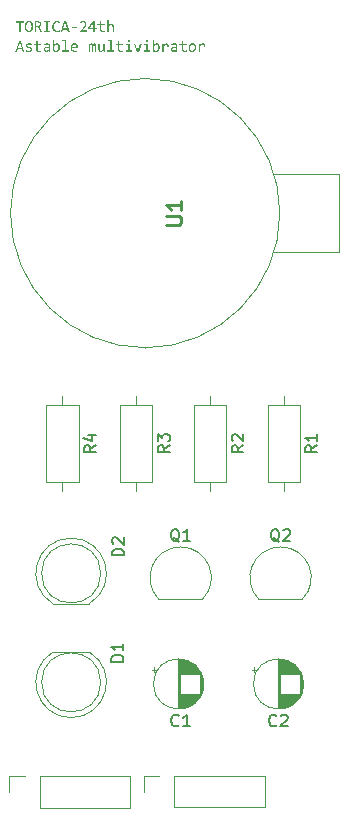
<source format=gbr>
%TF.GenerationSoftware,KiCad,Pcbnew,7.0.7*%
%TF.CreationDate,2024-04-14T11:19:25+09:00*%
%TF.ProjectId,PCB_AstMul,5043425f-4173-4744-9d75-6c2e6b696361,rev?*%
%TF.SameCoordinates,Original*%
%TF.FileFunction,Legend,Top*%
%TF.FilePolarity,Positive*%
%FSLAX46Y46*%
G04 Gerber Fmt 4.6, Leading zero omitted, Abs format (unit mm)*
G04 Created by KiCad (PCBNEW 7.0.7) date 2024-04-14 11:19:25*
%MOMM*%
%LPD*%
G01*
G04 APERTURE LIST*
%ADD10C,0.150000*%
%ADD11C,0.254000*%
%ADD12C,0.120000*%
%ADD13C,0.100000*%
G04 APERTURE END LIST*
D10*
G36*
X52214410Y-21364515D02*
G01*
X51948674Y-21364515D01*
X51948674Y-22150000D01*
X51824842Y-22150000D01*
X51824842Y-21364515D01*
X51559106Y-21364515D01*
X51559106Y-21259002D01*
X52214410Y-21259002D01*
X52214410Y-21364515D01*
G37*
G36*
X52673316Y-21243494D02*
G01*
X52683864Y-21243866D01*
X52694237Y-21244486D01*
X52704437Y-21245355D01*
X52714464Y-21246471D01*
X52724316Y-21247835D01*
X52733995Y-21249448D01*
X52748188Y-21252331D01*
X52761991Y-21255773D01*
X52775402Y-21259773D01*
X52788423Y-21264331D01*
X52801054Y-21269447D01*
X52813293Y-21275122D01*
X52825146Y-21281268D01*
X52836618Y-21287890D01*
X52847706Y-21294989D01*
X52858413Y-21302565D01*
X52868738Y-21310617D01*
X52878681Y-21319145D01*
X52888241Y-21328151D01*
X52897420Y-21337633D01*
X52906216Y-21347591D01*
X52914630Y-21358026D01*
X52920027Y-21365247D01*
X52927848Y-21376466D01*
X52935283Y-21388139D01*
X52942331Y-21400268D01*
X52948993Y-21412852D01*
X52955269Y-21425891D01*
X52959237Y-21434836D01*
X52963035Y-21443984D01*
X52966660Y-21453334D01*
X52970114Y-21462886D01*
X52973396Y-21472640D01*
X52976506Y-21482597D01*
X52979445Y-21492756D01*
X52982212Y-21503117D01*
X52983531Y-21508374D01*
X52986074Y-21519020D01*
X52988454Y-21529833D01*
X52990669Y-21540811D01*
X52992720Y-21551956D01*
X52994607Y-21563266D01*
X52996330Y-21574743D01*
X52997889Y-21586385D01*
X52999284Y-21598194D01*
X53000515Y-21610168D01*
X53001582Y-21622309D01*
X53002484Y-21634616D01*
X53003223Y-21647088D01*
X53003797Y-21659727D01*
X53004207Y-21672531D01*
X53004453Y-21685502D01*
X53004535Y-21698639D01*
X53004424Y-21713622D01*
X53004089Y-21728349D01*
X53003531Y-21742817D01*
X53002749Y-21757028D01*
X53001745Y-21770981D01*
X53000517Y-21784677D01*
X52999066Y-21798115D01*
X52997391Y-21811296D01*
X52995494Y-21824219D01*
X52993373Y-21836884D01*
X52991029Y-21849292D01*
X52988461Y-21861442D01*
X52985671Y-21873334D01*
X52982657Y-21884969D01*
X52979419Y-21896347D01*
X52975959Y-21907466D01*
X52972338Y-21918338D01*
X52968559Y-21928971D01*
X52964622Y-21939366D01*
X52960526Y-21949522D01*
X52956272Y-21959440D01*
X52951859Y-21969119D01*
X52947288Y-21978559D01*
X52942559Y-21987761D01*
X52937671Y-21996725D01*
X52932625Y-22005450D01*
X52927421Y-22013936D01*
X52922058Y-22022184D01*
X52913716Y-22034109D01*
X52905019Y-22045497D01*
X52899023Y-22052791D01*
X52889809Y-22063249D01*
X52880304Y-22073193D01*
X52870506Y-22082621D01*
X52860417Y-22091534D01*
X52850036Y-22099932D01*
X52839362Y-22107814D01*
X52828397Y-22115182D01*
X52817140Y-22122034D01*
X52805591Y-22128371D01*
X52793750Y-22134192D01*
X52785694Y-22137787D01*
X52773491Y-22142763D01*
X52761156Y-22147250D01*
X52748687Y-22151247D01*
X52736086Y-22154755D01*
X52723351Y-22157773D01*
X52710483Y-22160302D01*
X52697482Y-22162341D01*
X52684348Y-22163891D01*
X52671081Y-22164951D01*
X52657681Y-22165522D01*
X52648674Y-22165631D01*
X52637953Y-22165509D01*
X52627405Y-22165143D01*
X52617032Y-22164532D01*
X52606832Y-22163677D01*
X52596805Y-22162578D01*
X52586953Y-22161235D01*
X52577274Y-22159647D01*
X52563081Y-22156808D01*
X52549278Y-22153419D01*
X52535867Y-22149480D01*
X52522846Y-22144993D01*
X52510215Y-22139955D01*
X52497976Y-22134368D01*
X52486125Y-22128264D01*
X52474660Y-22121674D01*
X52463582Y-22114599D01*
X52452890Y-22107039D01*
X52442585Y-22098994D01*
X52432666Y-22090464D01*
X52423133Y-22081449D01*
X52413987Y-22071949D01*
X52405227Y-22061963D01*
X52396854Y-22051492D01*
X52391486Y-22044242D01*
X52383752Y-22032934D01*
X52376396Y-22021176D01*
X52369418Y-22008966D01*
X52362818Y-21996306D01*
X52356595Y-21983195D01*
X52352657Y-21974204D01*
X52348887Y-21965012D01*
X52345284Y-21955620D01*
X52341849Y-21946028D01*
X52338583Y-21936235D01*
X52335484Y-21926242D01*
X52332553Y-21916049D01*
X52329790Y-21905655D01*
X52328471Y-21900383D01*
X52325987Y-21889675D01*
X52323663Y-21878798D01*
X52321499Y-21867754D01*
X52319495Y-21856542D01*
X52317652Y-21845162D01*
X52315969Y-21833613D01*
X52314446Y-21821897D01*
X52313084Y-21810013D01*
X52311882Y-21797962D01*
X52310840Y-21785742D01*
X52309958Y-21773354D01*
X52309237Y-21760799D01*
X52308676Y-21748075D01*
X52308275Y-21735184D01*
X52308035Y-21722124D01*
X52307955Y-21708897D01*
X52308008Y-21701814D01*
X52435205Y-21701814D01*
X52435253Y-21711743D01*
X52435396Y-21721563D01*
X52435790Y-21736090D01*
X52436398Y-21750371D01*
X52437221Y-21764408D01*
X52438258Y-21778201D01*
X52439511Y-21791748D01*
X52440978Y-21805051D01*
X52442659Y-21818109D01*
X52444555Y-21830923D01*
X52446666Y-21843492D01*
X52447418Y-21847627D01*
X52449875Y-21859785D01*
X52452578Y-21871621D01*
X52455525Y-21883135D01*
X52458718Y-21894327D01*
X52462154Y-21905197D01*
X52465836Y-21915745D01*
X52469762Y-21925971D01*
X52473933Y-21935875D01*
X52478349Y-21945457D01*
X52483009Y-21954717D01*
X52486252Y-21960711D01*
X52491335Y-21969365D01*
X52496693Y-21977650D01*
X52504265Y-21988122D01*
X52512325Y-21997937D01*
X52520874Y-22007096D01*
X52529911Y-22015599D01*
X52539436Y-22023445D01*
X52549450Y-22030635D01*
X52554640Y-22033984D01*
X52565406Y-22040109D01*
X52576698Y-22045418D01*
X52588517Y-22049910D01*
X52600863Y-22053585D01*
X52610468Y-22055805D01*
X52620369Y-22057566D01*
X52630566Y-22058868D01*
X52641060Y-22059710D01*
X52651850Y-22060093D01*
X52655512Y-22060118D01*
X52666224Y-22059873D01*
X52676653Y-22059139D01*
X52686798Y-22057916D01*
X52696660Y-22056203D01*
X52706238Y-22054000D01*
X52718569Y-22050302D01*
X52730395Y-22045734D01*
X52741718Y-22040296D01*
X52752537Y-22033987D01*
X52755163Y-22032274D01*
X52765433Y-22024943D01*
X52775237Y-22016994D01*
X52784576Y-22008426D01*
X52793449Y-21999241D01*
X52801856Y-21989437D01*
X52807856Y-21981678D01*
X52813594Y-21973571D01*
X52819070Y-21965117D01*
X52824284Y-21956315D01*
X52829243Y-21947197D01*
X52833953Y-21937796D01*
X52838414Y-21928112D01*
X52842625Y-21918144D01*
X52846588Y-21907893D01*
X52850302Y-21897359D01*
X52853767Y-21886541D01*
X52856982Y-21875440D01*
X52859949Y-21864056D01*
X52862667Y-21852388D01*
X52864340Y-21844452D01*
X52866697Y-21832330D01*
X52868822Y-21820054D01*
X52870716Y-21807624D01*
X52872377Y-21795038D01*
X52873807Y-21782299D01*
X52875005Y-21769404D01*
X52875971Y-21756355D01*
X52876705Y-21743152D01*
X52877207Y-21729794D01*
X52877478Y-21716281D01*
X52877529Y-21707187D01*
X52877481Y-21697348D01*
X52877231Y-21682786D01*
X52876766Y-21668459D01*
X52876086Y-21654369D01*
X52875192Y-21640516D01*
X52874083Y-21626898D01*
X52872759Y-21613516D01*
X52871220Y-21600371D01*
X52869467Y-21587461D01*
X52867499Y-21574788D01*
X52865317Y-21562351D01*
X52862942Y-21550147D01*
X52860305Y-21538266D01*
X52857407Y-21526706D01*
X52854246Y-21515468D01*
X52850823Y-21504552D01*
X52847139Y-21493958D01*
X52843193Y-21483687D01*
X52838985Y-21473737D01*
X52834515Y-21464109D01*
X52829783Y-21454803D01*
X52826482Y-21448778D01*
X52821353Y-21440037D01*
X52815949Y-21431674D01*
X52810271Y-21423688D01*
X52802272Y-21413628D01*
X52793784Y-21404240D01*
X52784808Y-21395524D01*
X52775344Y-21387479D01*
X52765391Y-21380106D01*
X52757606Y-21375017D01*
X52746768Y-21368892D01*
X52735380Y-21363583D01*
X52723442Y-21359092D01*
X52710956Y-21355416D01*
X52701230Y-21353196D01*
X52691195Y-21351435D01*
X52680851Y-21350134D01*
X52670198Y-21349291D01*
X52659235Y-21348908D01*
X52655512Y-21348883D01*
X52644846Y-21349130D01*
X52634464Y-21349870D01*
X52624364Y-21351105D01*
X52614548Y-21352833D01*
X52605016Y-21355055D01*
X52592746Y-21358785D01*
X52580981Y-21363393D01*
X52569719Y-21368879D01*
X52558961Y-21375243D01*
X52556350Y-21376971D01*
X52546198Y-21384245D01*
X52536505Y-21392144D01*
X52527270Y-21400670D01*
X52518492Y-21409822D01*
X52510173Y-21419599D01*
X52502311Y-21430002D01*
X52496715Y-21438215D01*
X52491377Y-21446780D01*
X52487962Y-21452686D01*
X52483088Y-21461808D01*
X52478451Y-21471222D01*
X52474049Y-21480928D01*
X52469884Y-21490925D01*
X52465955Y-21501215D01*
X52462262Y-21511797D01*
X52458805Y-21522670D01*
X52455584Y-21533836D01*
X52452600Y-21545293D01*
X52449851Y-21557043D01*
X52448150Y-21565038D01*
X52445837Y-21577155D01*
X52443751Y-21589418D01*
X52441893Y-21601827D01*
X52440262Y-21614383D01*
X52438859Y-21627084D01*
X52437683Y-21639931D01*
X52436735Y-21652924D01*
X52436014Y-21666063D01*
X52435521Y-21679348D01*
X52435256Y-21692779D01*
X52435205Y-21701814D01*
X52308008Y-21701814D01*
X52308065Y-21694091D01*
X52308394Y-21679531D01*
X52308942Y-21665217D01*
X52309710Y-21651149D01*
X52310698Y-21637327D01*
X52311905Y-21623752D01*
X52313331Y-21610422D01*
X52314977Y-21597339D01*
X52316842Y-21584502D01*
X52318927Y-21571911D01*
X52321231Y-21559566D01*
X52323754Y-21547468D01*
X52326497Y-21535615D01*
X52329460Y-21524009D01*
X52332641Y-21512649D01*
X52336043Y-21501535D01*
X52339663Y-21490664D01*
X52343439Y-21480034D01*
X52347371Y-21469644D01*
X52351461Y-21459494D01*
X52355706Y-21449585D01*
X52360108Y-21439917D01*
X52364667Y-21430489D01*
X52369382Y-21421301D01*
X52374253Y-21412354D01*
X52379281Y-21403647D01*
X52384466Y-21395180D01*
X52389807Y-21386954D01*
X52398111Y-21375066D01*
X52406768Y-21363719D01*
X52412735Y-21356454D01*
X52421988Y-21345952D01*
X52431520Y-21335970D01*
X52441331Y-21326506D01*
X52451421Y-21317563D01*
X52461790Y-21309138D01*
X52472438Y-21301234D01*
X52483365Y-21293848D01*
X52494572Y-21286983D01*
X52506057Y-21280636D01*
X52517821Y-21274810D01*
X52525819Y-21271214D01*
X52537978Y-21266238D01*
X52550274Y-21261751D01*
X52562708Y-21257754D01*
X52575279Y-21254246D01*
X52587987Y-21251228D01*
X52600833Y-21248700D01*
X52613816Y-21246660D01*
X52626936Y-21245110D01*
X52640194Y-21244050D01*
X52653589Y-21243479D01*
X52662595Y-21243370D01*
X52673316Y-21243494D01*
G37*
G36*
X53409541Y-21259150D02*
G01*
X53423616Y-21259594D01*
X53437305Y-21260335D01*
X53450607Y-21261372D01*
X53463523Y-21262705D01*
X53476052Y-21264334D01*
X53488195Y-21266259D01*
X53499952Y-21268481D01*
X53511322Y-21270999D01*
X53522305Y-21273814D01*
X53529413Y-21275854D01*
X53539814Y-21279132D01*
X53549858Y-21282646D01*
X53559546Y-21286397D01*
X53568878Y-21290383D01*
X53577853Y-21294605D01*
X53589265Y-21300603D01*
X53600045Y-21307020D01*
X53610190Y-21313857D01*
X53619702Y-21321113D01*
X53621981Y-21322993D01*
X53630717Y-21330759D01*
X53638849Y-21338915D01*
X53646379Y-21347459D01*
X53653306Y-21356393D01*
X53659629Y-21365717D01*
X53665350Y-21375429D01*
X53670467Y-21385531D01*
X53674982Y-21396022D01*
X53678932Y-21406849D01*
X53682355Y-21417958D01*
X53685252Y-21429350D01*
X53687622Y-21441024D01*
X53689465Y-21452980D01*
X53690782Y-21465219D01*
X53691571Y-21477740D01*
X53691835Y-21490544D01*
X53691640Y-21500737D01*
X53691056Y-21510801D01*
X53690083Y-21520735D01*
X53688721Y-21530539D01*
X53686969Y-21540213D01*
X53684828Y-21549757D01*
X53681605Y-21561506D01*
X53679378Y-21568457D01*
X53675194Y-21579745D01*
X53670424Y-21590711D01*
X53665071Y-21601355D01*
X53659133Y-21611677D01*
X53652611Y-21621677D01*
X53645504Y-21631355D01*
X53642498Y-21635136D01*
X53634649Y-21644257D01*
X53626216Y-21652996D01*
X53619049Y-21659713D01*
X53611508Y-21666185D01*
X53603593Y-21672413D01*
X53595305Y-21678397D01*
X53586642Y-21684137D01*
X53582170Y-21686915D01*
X53572969Y-21692178D01*
X53563439Y-21697097D01*
X53553582Y-21701673D01*
X53543396Y-21705905D01*
X53532882Y-21709794D01*
X53522040Y-21713339D01*
X53510870Y-21716541D01*
X53499371Y-21719399D01*
X53508656Y-21723006D01*
X53517583Y-21727230D01*
X53526150Y-21732073D01*
X53534359Y-21737534D01*
X53542209Y-21743614D01*
X53549701Y-21750311D01*
X53556833Y-21757627D01*
X53563607Y-21765561D01*
X53570221Y-21774087D01*
X53576873Y-21783299D01*
X53583563Y-21793199D01*
X53590291Y-21803785D01*
X53595362Y-21812176D01*
X53600455Y-21820953D01*
X53605569Y-21830116D01*
X53610704Y-21839666D01*
X53615861Y-21849602D01*
X53617585Y-21853000D01*
X53759734Y-22150000D01*
X53621737Y-22150000D01*
X53487648Y-21860816D01*
X53482898Y-21850716D01*
X53478112Y-21841176D01*
X53473290Y-21832197D01*
X53467457Y-21822162D01*
X53461572Y-21812935D01*
X53456629Y-21805861D01*
X53450673Y-21798027D01*
X53443485Y-21789691D01*
X53436040Y-21782219D01*
X53428338Y-21775613D01*
X53422679Y-21771423D01*
X53413413Y-21765424D01*
X53403689Y-21760371D01*
X53393507Y-21756265D01*
X53382868Y-21753105D01*
X53373207Y-21750916D01*
X53363032Y-21749265D01*
X53352343Y-21748151D01*
X53341140Y-21747575D01*
X53334508Y-21747487D01*
X53276866Y-21747487D01*
X53276866Y-22150000D01*
X53154501Y-22150000D01*
X53154501Y-21360607D01*
X53276866Y-21360607D01*
X53276866Y-21649790D01*
X53375785Y-21649790D01*
X53386459Y-21649641D01*
X53396866Y-21649195D01*
X53407006Y-21648451D01*
X53416878Y-21647409D01*
X53428844Y-21645688D01*
X53440392Y-21643502D01*
X53451522Y-21640851D01*
X53453698Y-21640265D01*
X53464286Y-21636985D01*
X53474373Y-21633252D01*
X53483959Y-21629066D01*
X53493044Y-21624427D01*
X53501628Y-21619335D01*
X53509712Y-21613789D01*
X53512805Y-21611444D01*
X53521569Y-21603916D01*
X53529543Y-21595805D01*
X53536727Y-21587109D01*
X53543121Y-21577830D01*
X53548726Y-21567967D01*
X53550418Y-21564549D01*
X53554983Y-21553816D01*
X53558066Y-21544426D01*
X53560493Y-21534630D01*
X53562264Y-21524428D01*
X53563379Y-21513821D01*
X53563838Y-21502809D01*
X53563852Y-21500558D01*
X53563457Y-21487682D01*
X53562272Y-21475433D01*
X53560297Y-21463811D01*
X53557532Y-21452816D01*
X53553977Y-21442448D01*
X53549632Y-21432706D01*
X53544497Y-21423591D01*
X53538572Y-21415103D01*
X53531858Y-21407242D01*
X53524353Y-21400008D01*
X53518911Y-21395533D01*
X53510160Y-21389292D01*
X53500762Y-21383664D01*
X53490714Y-21378650D01*
X53480019Y-21374250D01*
X53468675Y-21370464D01*
X53456683Y-21367292D01*
X53444043Y-21364734D01*
X53430754Y-21362790D01*
X53416818Y-21361459D01*
X53402232Y-21360743D01*
X53392149Y-21360607D01*
X53276866Y-21360607D01*
X53154501Y-21360607D01*
X53154501Y-21259002D01*
X53395080Y-21259002D01*
X53409541Y-21259150D01*
G37*
G36*
X54131472Y-21360607D02*
G01*
X53924842Y-21360607D01*
X53924842Y-21259002D01*
X54461933Y-21259002D01*
X54461933Y-21360607D01*
X54255303Y-21360607D01*
X54255303Y-22044487D01*
X54461933Y-22044487D01*
X54461933Y-22150000D01*
X53924842Y-22150000D01*
X53924842Y-22044487D01*
X54131472Y-22044487D01*
X54131472Y-21360607D01*
G37*
G36*
X55258897Y-22126552D02*
G01*
X55245392Y-22131284D01*
X55231805Y-22135711D01*
X55218136Y-22139833D01*
X55204385Y-22143649D01*
X55190552Y-22147160D01*
X55176637Y-22150366D01*
X55162639Y-22153266D01*
X55148560Y-22155861D01*
X55134399Y-22158151D01*
X55120156Y-22160136D01*
X55105830Y-22161815D01*
X55091423Y-22163189D01*
X55076933Y-22164257D01*
X55062362Y-22165020D01*
X55047708Y-22165478D01*
X55032972Y-22165631D01*
X55021167Y-22165520D01*
X55009534Y-22165186D01*
X54998073Y-22164631D01*
X54986784Y-22163853D01*
X54975667Y-22162852D01*
X54964723Y-22161630D01*
X54953950Y-22160185D01*
X54943350Y-22158517D01*
X54932923Y-22156628D01*
X54922667Y-22154516D01*
X54912584Y-22152182D01*
X54902673Y-22149626D01*
X54892934Y-22146847D01*
X54883367Y-22143846D01*
X54873972Y-22140622D01*
X54864750Y-22137177D01*
X54846822Y-22129619D01*
X54829583Y-22121171D01*
X54813033Y-22111835D01*
X54797171Y-22101609D01*
X54781998Y-22090494D01*
X54767515Y-22078490D01*
X54753720Y-22065596D01*
X54740614Y-22051814D01*
X54728280Y-22037130D01*
X54716743Y-22021593D01*
X54706001Y-22005203D01*
X54700928Y-21996688D01*
X54696055Y-21987960D01*
X54691380Y-21979018D01*
X54686904Y-21969864D01*
X54682627Y-21960496D01*
X54678549Y-21950915D01*
X54674670Y-21941121D01*
X54670990Y-21931113D01*
X54667509Y-21920892D01*
X54664227Y-21910458D01*
X54661143Y-21899811D01*
X54658259Y-21888951D01*
X54655573Y-21877877D01*
X54653087Y-21866590D01*
X54650799Y-21855090D01*
X54648711Y-21843376D01*
X54646821Y-21831450D01*
X54645130Y-21819310D01*
X54643638Y-21806957D01*
X54642345Y-21794391D01*
X54641251Y-21781611D01*
X54640356Y-21768618D01*
X54639659Y-21755412D01*
X54639162Y-21741993D01*
X54638864Y-21728360D01*
X54638764Y-21714515D01*
X54638874Y-21701071D01*
X54639203Y-21687789D01*
X54639752Y-21674670D01*
X54640520Y-21661712D01*
X54641507Y-21648917D01*
X54642714Y-21636284D01*
X54644141Y-21623814D01*
X54645786Y-21611505D01*
X54647652Y-21599359D01*
X54649736Y-21587375D01*
X54652040Y-21575553D01*
X54654564Y-21563893D01*
X54657307Y-21552395D01*
X54660269Y-21541060D01*
X54663451Y-21529887D01*
X54666852Y-21518876D01*
X54670458Y-21508050D01*
X54674252Y-21497432D01*
X54678235Y-21487022D01*
X54682407Y-21476820D01*
X54686769Y-21466826D01*
X54691319Y-21457041D01*
X54696057Y-21447463D01*
X54700985Y-21438093D01*
X54706102Y-21428931D01*
X54711407Y-21419977D01*
X54716902Y-21411231D01*
X54722585Y-21402693D01*
X54728458Y-21394363D01*
X54734519Y-21386241D01*
X54740769Y-21378327D01*
X54747208Y-21370621D01*
X54753827Y-21363098D01*
X54760615Y-21355794D01*
X54767573Y-21348710D01*
X54774701Y-21341846D01*
X54781998Y-21335201D01*
X54789466Y-21328775D01*
X54797103Y-21322569D01*
X54804911Y-21316582D01*
X54812888Y-21310814D01*
X54821034Y-21305267D01*
X54829351Y-21299938D01*
X54837838Y-21294829D01*
X54846494Y-21289939D01*
X54855320Y-21285269D01*
X54864316Y-21280818D01*
X54873482Y-21276587D01*
X54882833Y-21272565D01*
X54892323Y-21268802D01*
X54901952Y-21265298D01*
X54911721Y-21262055D01*
X54921629Y-21259070D01*
X54931676Y-21256345D01*
X54941863Y-21253880D01*
X54952189Y-21251674D01*
X54962654Y-21249728D01*
X54973259Y-21248041D01*
X54984003Y-21246614D01*
X54994886Y-21245446D01*
X55005908Y-21244538D01*
X55017070Y-21243889D01*
X55028371Y-21243500D01*
X55039811Y-21243370D01*
X55051455Y-21243480D01*
X55062941Y-21243808D01*
X55074267Y-21244355D01*
X55085435Y-21245122D01*
X55096444Y-21246107D01*
X55107294Y-21247311D01*
X55117985Y-21248735D01*
X55128517Y-21250377D01*
X55138890Y-21252238D01*
X55149105Y-21254318D01*
X55155826Y-21255826D01*
X55165863Y-21258280D01*
X55175822Y-21260970D01*
X55185704Y-21263896D01*
X55195508Y-21267058D01*
X55205236Y-21270456D01*
X55214886Y-21274090D01*
X55224458Y-21277961D01*
X55233954Y-21282067D01*
X55243372Y-21286410D01*
X55252713Y-21290989D01*
X55258897Y-21294173D01*
X55258897Y-21415317D01*
X55249751Y-21409721D01*
X55240541Y-21404383D01*
X55231267Y-21399303D01*
X55221928Y-21394480D01*
X55212525Y-21389915D01*
X55203058Y-21385607D01*
X55193526Y-21381557D01*
X55183930Y-21377765D01*
X55174269Y-21374230D01*
X55164544Y-21370953D01*
X55158025Y-21368911D01*
X55148141Y-21366030D01*
X55138089Y-21363433D01*
X55127870Y-21361118D01*
X55117484Y-21359088D01*
X55106930Y-21357340D01*
X55096209Y-21355876D01*
X55085321Y-21354696D01*
X55074265Y-21353798D01*
X55063041Y-21353184D01*
X55051650Y-21352854D01*
X55043963Y-21352791D01*
X55032207Y-21352999D01*
X55020662Y-21353624D01*
X55009327Y-21354665D01*
X54998202Y-21356122D01*
X54987288Y-21357997D01*
X54976584Y-21360287D01*
X54966090Y-21362994D01*
X54955807Y-21366117D01*
X54945734Y-21369657D01*
X54935871Y-21373614D01*
X54929413Y-21376482D01*
X54919977Y-21381113D01*
X54910812Y-21386122D01*
X54901917Y-21391509D01*
X54893292Y-21397274D01*
X54884938Y-21403416D01*
X54876854Y-21409936D01*
X54869041Y-21416834D01*
X54861499Y-21424110D01*
X54854226Y-21431763D01*
X54847225Y-21439795D01*
X54842707Y-21445359D01*
X54836165Y-21454005D01*
X54829910Y-21462999D01*
X54823943Y-21472340D01*
X54818264Y-21482030D01*
X54812872Y-21492067D01*
X54807768Y-21502452D01*
X54802952Y-21513184D01*
X54798423Y-21524265D01*
X54794182Y-21535693D01*
X54790228Y-21547469D01*
X54787752Y-21555512D01*
X54784304Y-21567855D01*
X54781195Y-21580520D01*
X54778425Y-21593506D01*
X54775994Y-21606815D01*
X54773903Y-21620445D01*
X54772150Y-21634398D01*
X54770737Y-21648673D01*
X54769663Y-21663269D01*
X54769136Y-21673179D01*
X54768759Y-21683232D01*
X54768533Y-21693429D01*
X54768457Y-21703768D01*
X54768526Y-21714614D01*
X54768734Y-21725292D01*
X54769080Y-21735802D01*
X54769564Y-21746144D01*
X54770187Y-21756318D01*
X54770947Y-21766325D01*
X54771847Y-21776163D01*
X54774060Y-21795336D01*
X54776827Y-21813837D01*
X54780147Y-21831667D01*
X54784021Y-21848825D01*
X54788448Y-21865312D01*
X54793428Y-21881126D01*
X54798961Y-21896269D01*
X54805048Y-21910741D01*
X54811689Y-21924540D01*
X54818882Y-21937669D01*
X54826630Y-21950125D01*
X54834930Y-21961910D01*
X54839288Y-21967550D01*
X54848398Y-21978286D01*
X54858022Y-21988330D01*
X54868159Y-21997681D01*
X54878809Y-22006339D01*
X54889973Y-22014304D01*
X54901650Y-22021577D01*
X54913840Y-22028158D01*
X54926543Y-22034045D01*
X54939760Y-22039240D01*
X54953490Y-22043742D01*
X54967734Y-22047552D01*
X54982490Y-22050669D01*
X54997760Y-22053093D01*
X55013544Y-22054825D01*
X55029840Y-22055864D01*
X55046650Y-22056210D01*
X55057458Y-22056103D01*
X55068177Y-22055781D01*
X55078805Y-22055244D01*
X55089343Y-22054493D01*
X55099791Y-22053527D01*
X55110148Y-22052346D01*
X55120416Y-22050951D01*
X55130593Y-22049341D01*
X55140680Y-22047516D01*
X55150677Y-22045477D01*
X55157292Y-22043998D01*
X55167191Y-22041577D01*
X55177013Y-22038983D01*
X55186757Y-22036219D01*
X55196424Y-22033282D01*
X55206014Y-22030174D01*
X55215527Y-22026893D01*
X55224962Y-22023442D01*
X55234320Y-22019818D01*
X55243601Y-22016023D01*
X55252804Y-22012056D01*
X55258897Y-22009316D01*
X55258897Y-22126552D01*
G37*
G36*
X56111060Y-22150000D02*
G01*
X55977704Y-22150000D01*
X55915177Y-21962421D01*
X55541486Y-21962421D01*
X55478227Y-22150000D01*
X55351221Y-22150000D01*
X55450628Y-21853000D01*
X55576657Y-21853000D01*
X55880251Y-21853000D01*
X55728332Y-21371842D01*
X55576657Y-21853000D01*
X55450628Y-21853000D01*
X55649441Y-21259002D01*
X55816992Y-21259002D01*
X56111060Y-22150000D01*
G37*
G36*
X56705303Y-21837369D02*
G01*
X56294731Y-21837369D01*
X56294731Y-21724040D01*
X56705303Y-21724040D01*
X56705303Y-21837369D01*
G37*
G36*
X57574563Y-22150000D02*
G01*
X56983007Y-22150000D01*
X56983007Y-22043510D01*
X57215282Y-21813433D01*
X57222342Y-21806470D01*
X57232618Y-21796248D01*
X57242515Y-21786291D01*
X57252035Y-21776601D01*
X57261177Y-21767177D01*
X57269941Y-21758020D01*
X57278327Y-21749128D01*
X57286336Y-21740503D01*
X57293966Y-21732144D01*
X57301219Y-21724051D01*
X57308094Y-21716224D01*
X57314641Y-21708593D01*
X57320909Y-21701086D01*
X57328831Y-21691270D01*
X57336258Y-21681676D01*
X57343188Y-21672303D01*
X57349622Y-21663152D01*
X57355561Y-21654222D01*
X57361003Y-21645513D01*
X57363538Y-21641242D01*
X57369474Y-21630728D01*
X57374767Y-21620405D01*
X57379416Y-21610272D01*
X57383420Y-21600331D01*
X57386781Y-21590580D01*
X57389498Y-21581021D01*
X57390404Y-21577250D01*
X57392728Y-21565813D01*
X57394298Y-21556019D01*
X57395533Y-21545987D01*
X57396435Y-21535716D01*
X57397003Y-21525207D01*
X57397236Y-21514460D01*
X57397243Y-21512281D01*
X57397022Y-21502125D01*
X57396361Y-21492112D01*
X57395257Y-21482242D01*
X57393713Y-21472516D01*
X57391727Y-21462932D01*
X57388762Y-21451620D01*
X57388206Y-21449755D01*
X57384565Y-21438839D01*
X57380238Y-21428437D01*
X57375223Y-21418551D01*
X57369521Y-21409180D01*
X57363133Y-21400325D01*
X57360851Y-21397487D01*
X57353504Y-21389313D01*
X57345383Y-21381825D01*
X57336490Y-21375025D01*
X57326825Y-21368911D01*
X57318180Y-21364341D01*
X57312735Y-21361828D01*
X57303284Y-21358099D01*
X57293248Y-21355001D01*
X57282628Y-21352536D01*
X57271424Y-21350703D01*
X57259635Y-21349502D01*
X57249783Y-21348997D01*
X57242149Y-21348883D01*
X57231525Y-21349113D01*
X57221086Y-21349802D01*
X57210831Y-21350950D01*
X57200761Y-21352558D01*
X57190876Y-21354625D01*
X57181175Y-21357152D01*
X57171659Y-21360138D01*
X57162327Y-21363583D01*
X57153180Y-21367488D01*
X57144218Y-21371852D01*
X57138346Y-21375017D01*
X57129665Y-21380052D01*
X57121118Y-21385358D01*
X57112704Y-21390934D01*
X57104423Y-21396781D01*
X57096275Y-21402899D01*
X57088260Y-21409286D01*
X57080378Y-21415945D01*
X57072629Y-21422873D01*
X57065013Y-21430072D01*
X57057531Y-21437542D01*
X57052616Y-21442672D01*
X56986671Y-21362805D01*
X56996332Y-21352829D01*
X57006263Y-21343236D01*
X57016464Y-21334024D01*
X57026937Y-21325195D01*
X57037679Y-21316748D01*
X57048692Y-21308683D01*
X57059976Y-21301000D01*
X57071530Y-21293699D01*
X57083354Y-21286781D01*
X57095450Y-21280244D01*
X57103663Y-21276099D01*
X57116265Y-21270250D01*
X57129249Y-21264976D01*
X57142614Y-21260278D01*
X57156362Y-21256155D01*
X57170492Y-21252607D01*
X57180125Y-21250561D01*
X57189927Y-21248772D01*
X57199899Y-21247237D01*
X57210041Y-21245959D01*
X57220352Y-21244936D01*
X57230834Y-21244169D01*
X57241485Y-21243658D01*
X57252306Y-21243402D01*
X57257780Y-21243370D01*
X57268906Y-21243527D01*
X57279842Y-21243997D01*
X57290590Y-21244780D01*
X57301149Y-21245877D01*
X57311519Y-21247288D01*
X57321699Y-21249011D01*
X57331692Y-21251049D01*
X57341495Y-21253399D01*
X57351109Y-21256063D01*
X57360534Y-21259041D01*
X57366713Y-21261200D01*
X57378776Y-21265901D01*
X57390420Y-21271092D01*
X57401643Y-21276770D01*
X57412447Y-21282937D01*
X57422831Y-21289593D01*
X57432796Y-21296737D01*
X57442340Y-21304370D01*
X57451465Y-21312491D01*
X57460185Y-21321093D01*
X57468394Y-21330168D01*
X57476092Y-21339716D01*
X57483278Y-21349738D01*
X57489952Y-21360233D01*
X57496116Y-21371201D01*
X57501768Y-21382642D01*
X57506908Y-21394556D01*
X57510400Y-21403779D01*
X57513548Y-21413221D01*
X57516353Y-21422882D01*
X57518815Y-21432761D01*
X57520933Y-21442860D01*
X57522708Y-21453178D01*
X57524139Y-21463714D01*
X57525226Y-21474470D01*
X57525970Y-21485444D01*
X57526371Y-21496637D01*
X57526448Y-21504221D01*
X57526234Y-21516930D01*
X57525593Y-21529409D01*
X57524524Y-21541659D01*
X57523028Y-21553681D01*
X57521105Y-21565473D01*
X57518754Y-21577036D01*
X57515976Y-21588371D01*
X57512770Y-21599476D01*
X57509129Y-21610402D01*
X57505046Y-21621321D01*
X57500520Y-21632231D01*
X57495551Y-21643135D01*
X57490139Y-21654030D01*
X57484285Y-21664918D01*
X57477988Y-21675798D01*
X57471249Y-21686671D01*
X57465901Y-21694850D01*
X57460301Y-21703086D01*
X57454447Y-21711377D01*
X57448339Y-21719724D01*
X57441979Y-21728127D01*
X57435365Y-21736585D01*
X57428498Y-21745099D01*
X57421377Y-21753670D01*
X57414003Y-21762296D01*
X57406376Y-21770978D01*
X57401151Y-21776796D01*
X57393093Y-21785577D01*
X57384765Y-21794516D01*
X57376166Y-21803615D01*
X57367297Y-21812872D01*
X57358157Y-21822288D01*
X57348747Y-21831863D01*
X57339066Y-21841596D01*
X57329115Y-21851489D01*
X57318893Y-21861540D01*
X57308401Y-21871751D01*
X57301256Y-21878646D01*
X57138346Y-22036671D01*
X57574563Y-22036671D01*
X57574563Y-22150000D01*
G37*
G36*
X58234996Y-21841277D02*
G01*
X58388136Y-21841277D01*
X58388136Y-21946789D01*
X58234996Y-21946789D01*
X58234996Y-22150000D01*
X58112630Y-22150000D01*
X58112630Y-21946789D01*
X57680565Y-21946789D01*
X57680565Y-21841277D01*
X57800000Y-21841277D01*
X58112630Y-21841277D01*
X58112630Y-21372575D01*
X57800000Y-21841277D01*
X57680565Y-21841277D01*
X58063293Y-21259002D01*
X58234996Y-21259002D01*
X58234996Y-21841277D01*
G37*
G36*
X59085450Y-22150000D02*
G01*
X59075272Y-22152003D01*
X59065010Y-22153862D01*
X59054664Y-22155575D01*
X59044234Y-22157144D01*
X59033720Y-22158567D01*
X59023122Y-22159846D01*
X59012440Y-22160979D01*
X59001674Y-22161967D01*
X58990844Y-22162826D01*
X58979967Y-22163570D01*
X58969045Y-22164200D01*
X58958077Y-22164715D01*
X58947063Y-22165116D01*
X58936004Y-22165402D01*
X58924898Y-22165574D01*
X58913747Y-22165631D01*
X58897792Y-22165401D01*
X58882350Y-22164711D01*
X58867422Y-22163562D01*
X58853007Y-22161952D01*
X58839105Y-22159883D01*
X58825716Y-22157353D01*
X58812841Y-22154364D01*
X58800479Y-22150915D01*
X58788631Y-22147007D01*
X58777295Y-22142638D01*
X58766473Y-22137809D01*
X58756164Y-22132521D01*
X58746369Y-22126773D01*
X58737087Y-22120564D01*
X58728318Y-22113896D01*
X58720062Y-22106769D01*
X58712343Y-22099134D01*
X58705122Y-22091007D01*
X58698398Y-22082388D01*
X58692173Y-22073277D01*
X58686446Y-22063673D01*
X58681216Y-22053577D01*
X58676485Y-22042989D01*
X58672252Y-22031908D01*
X58668517Y-22020335D01*
X58665279Y-22008270D01*
X58662540Y-21995712D01*
X58660299Y-21982663D01*
X58658556Y-21969120D01*
X58657311Y-21955086D01*
X58656564Y-21940559D01*
X58656315Y-21925540D01*
X58656315Y-21563817D01*
X58463119Y-21563817D01*
X58463119Y-21462212D01*
X58656315Y-21462212D01*
X58656315Y-21274145D01*
X58775750Y-21243370D01*
X58775750Y-21462212D01*
X59085450Y-21462212D01*
X59085450Y-21563817D01*
X58775750Y-21563817D01*
X58775750Y-21915771D01*
X58776095Y-21929408D01*
X58777132Y-21942384D01*
X58778860Y-21954698D01*
X58781279Y-21966352D01*
X58784390Y-21977344D01*
X58788192Y-21987675D01*
X58792685Y-21997345D01*
X58797869Y-22006354D01*
X58803744Y-22014702D01*
X58810311Y-22022388D01*
X58815073Y-22027145D01*
X58822820Y-22033736D01*
X58831224Y-22039679D01*
X58840285Y-22044973D01*
X58850003Y-22049620D01*
X58860378Y-22053617D01*
X58871410Y-22056967D01*
X58883098Y-22059668D01*
X58895444Y-22061721D01*
X58908446Y-22063126D01*
X58922106Y-22063882D01*
X58931577Y-22064026D01*
X58942030Y-22063937D01*
X58952781Y-22063668D01*
X58963830Y-22063221D01*
X58975178Y-22062595D01*
X58986823Y-22061790D01*
X58998767Y-22060806D01*
X59003628Y-22060362D01*
X59013509Y-22059321D01*
X59023488Y-22058149D01*
X59033567Y-22056848D01*
X59043745Y-22055416D01*
X59054022Y-22053856D01*
X59064399Y-22052165D01*
X59074875Y-22050345D01*
X59085450Y-22048394D01*
X59085450Y-22150000D01*
G37*
G36*
X59853105Y-22150000D02*
G01*
X59733426Y-22150000D01*
X59733426Y-21707676D01*
X59733309Y-21697820D01*
X59732698Y-21683631D01*
X59731564Y-21670154D01*
X59729905Y-21657390D01*
X59727722Y-21645338D01*
X59725016Y-21634000D01*
X59721786Y-21623374D01*
X59718032Y-21613460D01*
X59713755Y-21604260D01*
X59707237Y-21593101D01*
X59703628Y-21587997D01*
X59695774Y-21578666D01*
X59687111Y-21570579D01*
X59677639Y-21563737D01*
X59667358Y-21558138D01*
X59656268Y-21553784D01*
X59644369Y-21550673D01*
X59631661Y-21548807D01*
X59621598Y-21548224D01*
X59618143Y-21548185D01*
X59607716Y-21548501D01*
X59597593Y-21549447D01*
X59587774Y-21551025D01*
X59576925Y-21553601D01*
X59572958Y-21554780D01*
X59562456Y-21558672D01*
X59553066Y-21563055D01*
X59543489Y-21568349D01*
X59535131Y-21573613D01*
X59529483Y-21577494D01*
X59520819Y-21583951D01*
X59511863Y-21591233D01*
X59504177Y-21597931D01*
X59496288Y-21605201D01*
X59488196Y-21613043D01*
X59479902Y-21621458D01*
X59473113Y-21628572D01*
X59466056Y-21636113D01*
X59458733Y-21644081D01*
X59451142Y-21652477D01*
X59443284Y-21661300D01*
X59435160Y-21670551D01*
X59426768Y-21680229D01*
X59420298Y-21687768D01*
X59418108Y-21690334D01*
X59418108Y-22150000D01*
X59298674Y-22150000D01*
X59298674Y-21180844D01*
X59418108Y-21180844D01*
X59418108Y-21460013D01*
X59414200Y-21567725D01*
X59421207Y-21559466D01*
X59428183Y-21551543D01*
X59435129Y-21543957D01*
X59442044Y-21536706D01*
X59450645Y-21528114D01*
X59459198Y-21520048D01*
X59467704Y-21512506D01*
X59469399Y-21511060D01*
X59477872Y-21504024D01*
X59486344Y-21497417D01*
X59494816Y-21491239D01*
X59503288Y-21485491D01*
X59511760Y-21480172D01*
X59520232Y-21475282D01*
X59523621Y-21473447D01*
X59533822Y-21468335D01*
X59544092Y-21463807D01*
X59554430Y-21459863D01*
X59564837Y-21456502D01*
X59575313Y-21453726D01*
X59578820Y-21452930D01*
X59589513Y-21450772D01*
X59600344Y-21449061D01*
X59611312Y-21447796D01*
X59622418Y-21446977D01*
X59633660Y-21446605D01*
X59637438Y-21446580D01*
X59650110Y-21446826D01*
X59662420Y-21447565D01*
X59674367Y-21448795D01*
X59685951Y-21450519D01*
X59697173Y-21452734D01*
X59708032Y-21455442D01*
X59718529Y-21458641D01*
X59728663Y-21462334D01*
X59738435Y-21466518D01*
X59747844Y-21471195D01*
X59756890Y-21476364D01*
X59765574Y-21482026D01*
X59773896Y-21488180D01*
X59781855Y-21494826D01*
X59789451Y-21501964D01*
X59796685Y-21509595D01*
X59803517Y-21517720D01*
X59809908Y-21526341D01*
X59815859Y-21535458D01*
X59821369Y-21545071D01*
X59826438Y-21555180D01*
X59831066Y-21565786D01*
X59835253Y-21576887D01*
X59839000Y-21588485D01*
X59842306Y-21600579D01*
X59845171Y-21613169D01*
X59847595Y-21626255D01*
X59849579Y-21639837D01*
X59851121Y-21653916D01*
X59852223Y-21668490D01*
X59852884Y-21683561D01*
X59853105Y-21699127D01*
X59853105Y-22150000D01*
G37*
G36*
X52266678Y-23830000D02*
G01*
X52133321Y-23830000D01*
X52070795Y-23642421D01*
X51697103Y-23642421D01*
X51633845Y-23830000D01*
X51506838Y-23830000D01*
X51606245Y-23533000D01*
X51732274Y-23533000D01*
X52035868Y-23533000D01*
X51883949Y-23051842D01*
X51732274Y-23533000D01*
X51606245Y-23533000D01*
X51805059Y-22939002D01*
X51972609Y-22939002D01*
X52266678Y-23830000D01*
G37*
G36*
X52924912Y-23643886D02*
G01*
X52924608Y-23655150D01*
X52923696Y-23666045D01*
X52922175Y-23676569D01*
X52920046Y-23686724D01*
X52917309Y-23696510D01*
X52913964Y-23705925D01*
X52912456Y-23709588D01*
X52907550Y-23720172D01*
X52901992Y-23730310D01*
X52895781Y-23740002D01*
X52888917Y-23749247D01*
X52881401Y-23758045D01*
X52878750Y-23760879D01*
X52870542Y-23769073D01*
X52861852Y-23776804D01*
X52852681Y-23784071D01*
X52844672Y-23789773D01*
X52836328Y-23795153D01*
X52829413Y-23799225D01*
X52820540Y-23804055D01*
X52811477Y-23808623D01*
X52802222Y-23812928D01*
X52792777Y-23816971D01*
X52783141Y-23820751D01*
X52773314Y-23824269D01*
X52769330Y-23825603D01*
X52759289Y-23828678D01*
X52749165Y-23831490D01*
X52738958Y-23834040D01*
X52728667Y-23836327D01*
X52718293Y-23838352D01*
X52707835Y-23840115D01*
X52703628Y-23840746D01*
X52693195Y-23842153D01*
X52682810Y-23843322D01*
X52672473Y-23844252D01*
X52662183Y-23844944D01*
X52651941Y-23845397D01*
X52641747Y-23845612D01*
X52637683Y-23845631D01*
X52624640Y-23845575D01*
X52611800Y-23845408D01*
X52599161Y-23845129D01*
X52586724Y-23844738D01*
X52574488Y-23844236D01*
X52562455Y-23843622D01*
X52550623Y-23842896D01*
X52538993Y-23842059D01*
X52527565Y-23841110D01*
X52516339Y-23840050D01*
X52508967Y-23839281D01*
X52497995Y-23838067D01*
X52487062Y-23836716D01*
X52476168Y-23835228D01*
X52465312Y-23833602D01*
X52454495Y-23831839D01*
X52443717Y-23829938D01*
X52432977Y-23827901D01*
X52422276Y-23825725D01*
X52411613Y-23823413D01*
X52400989Y-23820963D01*
X52393928Y-23819253D01*
X52393928Y-23709099D01*
X52405236Y-23712234D01*
X52416534Y-23715227D01*
X52427824Y-23718079D01*
X52439106Y-23720789D01*
X52450378Y-23723357D01*
X52461643Y-23725783D01*
X52472898Y-23728068D01*
X52484146Y-23730211D01*
X52495384Y-23732212D01*
X52506614Y-23734072D01*
X52514096Y-23735233D01*
X52525309Y-23736805D01*
X52536510Y-23738221D01*
X52547698Y-23739484D01*
X52558872Y-23740591D01*
X52570034Y-23741544D01*
X52581183Y-23742343D01*
X52592320Y-23742987D01*
X52603443Y-23743476D01*
X52614553Y-23743811D01*
X52625651Y-23743992D01*
X52633042Y-23744026D01*
X52643585Y-23743934D01*
X52653780Y-23743660D01*
X52663628Y-23743202D01*
X52677749Y-23742171D01*
X52691088Y-23740729D01*
X52703646Y-23738874D01*
X52715423Y-23736607D01*
X52726418Y-23733928D01*
X52736632Y-23730837D01*
X52746064Y-23727334D01*
X52757425Y-23722021D01*
X52760048Y-23720579D01*
X52769723Y-23714347D01*
X52778107Y-23707496D01*
X52785202Y-23700028D01*
X52791006Y-23691941D01*
X52795521Y-23683236D01*
X52798746Y-23673913D01*
X52800680Y-23663972D01*
X52801325Y-23653412D01*
X52800804Y-23643260D01*
X52799001Y-23632661D01*
X52795909Y-23622776D01*
X52794731Y-23619951D01*
X52789584Y-23610782D01*
X52783197Y-23602775D01*
X52776126Y-23595852D01*
X52771039Y-23591618D01*
X52762648Y-23585599D01*
X52754004Y-23580385D01*
X52744020Y-23575118D01*
X52734678Y-23570690D01*
X52724405Y-23566226D01*
X52717794Y-23563531D01*
X52708345Y-23559859D01*
X52698072Y-23556051D01*
X52686974Y-23552105D01*
X52675052Y-23548021D01*
X52665569Y-23544868D01*
X52655623Y-23541638D01*
X52645213Y-23538331D01*
X52634340Y-23534947D01*
X52623002Y-23531485D01*
X52619120Y-23530314D01*
X52607568Y-23526833D01*
X52596238Y-23523230D01*
X52585128Y-23519506D01*
X52574241Y-23515659D01*
X52563574Y-23511690D01*
X52553129Y-23507599D01*
X52542905Y-23503386D01*
X52532903Y-23499050D01*
X52523232Y-23494494D01*
X52513882Y-23489739D01*
X52504853Y-23484785D01*
X52496144Y-23479633D01*
X52487756Y-23474283D01*
X52479688Y-23468734D01*
X52470054Y-23461519D01*
X52464515Y-23457041D01*
X52455806Y-23449282D01*
X52447694Y-23441117D01*
X52440178Y-23432547D01*
X52433259Y-23423572D01*
X52426936Y-23414191D01*
X52421209Y-23404404D01*
X52419085Y-23400376D01*
X52414371Y-23389939D01*
X52410456Y-23378929D01*
X52407339Y-23367346D01*
X52405422Y-23357668D01*
X52404016Y-23347624D01*
X52403121Y-23337213D01*
X52402737Y-23326436D01*
X52402721Y-23323684D01*
X52403193Y-23312596D01*
X52404610Y-23301130D01*
X52406512Y-23291286D01*
X52409070Y-23281180D01*
X52412284Y-23270812D01*
X52416154Y-23260181D01*
X52420811Y-23249462D01*
X52426387Y-23238981D01*
X52432881Y-23228739D01*
X52438737Y-23220718D01*
X52445180Y-23212848D01*
X52452212Y-23205132D01*
X52459831Y-23197568D01*
X52461828Y-23195701D01*
X52470300Y-23188412D01*
X52479474Y-23181443D01*
X52489351Y-23174795D01*
X52499930Y-23168468D01*
X52511211Y-23162461D01*
X52520132Y-23158166D01*
X52529449Y-23154052D01*
X52539160Y-23150118D01*
X52549267Y-23146364D01*
X52559811Y-23142828D01*
X52570836Y-23139640D01*
X52582343Y-23136800D01*
X52594330Y-23134308D01*
X52606797Y-23132164D01*
X52619746Y-23130367D01*
X52633176Y-23128918D01*
X52647086Y-23127817D01*
X52661477Y-23127063D01*
X52671339Y-23126754D01*
X52681414Y-23126599D01*
X52686531Y-23126580D01*
X52696805Y-23126653D01*
X52707353Y-23126870D01*
X52718176Y-23127233D01*
X52729274Y-23127740D01*
X52740646Y-23128393D01*
X52752294Y-23129190D01*
X52764216Y-23130133D01*
X52776413Y-23131221D01*
X52788869Y-23132427D01*
X52801448Y-23133846D01*
X52814148Y-23135480D01*
X52826971Y-23137327D01*
X52836668Y-23138852D01*
X52846434Y-23140498D01*
X52856269Y-23142264D01*
X52866172Y-23144150D01*
X52876144Y-23146157D01*
X52879483Y-23146852D01*
X52879483Y-23255052D01*
X52869000Y-23252550D01*
X52858615Y-23250172D01*
X52848329Y-23247918D01*
X52838141Y-23245790D01*
X52828053Y-23243785D01*
X52818063Y-23241906D01*
X52808172Y-23240150D01*
X52798379Y-23238520D01*
X52788686Y-23237013D01*
X52775914Y-23235199D01*
X52772749Y-23234780D01*
X52760319Y-23233234D01*
X52748309Y-23231895D01*
X52736719Y-23230761D01*
X52725549Y-23229834D01*
X52714799Y-23229112D01*
X52704468Y-23228597D01*
X52694557Y-23228288D01*
X52685066Y-23228185D01*
X52674166Y-23228292D01*
X52663695Y-23228613D01*
X52653650Y-23229147D01*
X52641696Y-23230115D01*
X52630409Y-23231418D01*
X52619790Y-23233054D01*
X52609839Y-23235024D01*
X52598802Y-23237769D01*
X52588590Y-23240874D01*
X52579202Y-23244340D01*
X52569291Y-23248840D01*
X52560502Y-23253831D01*
X52551755Y-23259967D01*
X52544321Y-23266653D01*
X52537527Y-23274832D01*
X52533391Y-23281674D01*
X52529377Y-23290916D01*
X52526676Y-23300505D01*
X52525289Y-23310442D01*
X52525087Y-23316113D01*
X52525647Y-23326303D01*
X52527328Y-23335991D01*
X52530510Y-23346166D01*
X52532170Y-23350062D01*
X52537257Y-23358503D01*
X52544277Y-23366789D01*
X52552139Y-23374025D01*
X52559036Y-23379371D01*
X52568321Y-23385569D01*
X52577452Y-23390881D01*
X52587664Y-23396194D01*
X52597001Y-23400621D01*
X52607089Y-23405047D01*
X52613503Y-23407704D01*
X52622627Y-23411283D01*
X52632416Y-23414939D01*
X52642869Y-23418672D01*
X52653986Y-23422480D01*
X52665767Y-23426365D01*
X52678212Y-23430327D01*
X52687981Y-23433348D01*
X52698124Y-23436412D01*
X52705094Y-23438478D01*
X52716373Y-23441882D01*
X52727313Y-23445316D01*
X52737914Y-23448780D01*
X52748176Y-23452274D01*
X52758098Y-23455798D01*
X52767682Y-23459352D01*
X52776926Y-23462937D01*
X52788724Y-23467762D01*
X52799919Y-23472641D01*
X52807920Y-23476336D01*
X52818174Y-23481293D01*
X52827933Y-23486396D01*
X52837195Y-23491643D01*
X52845961Y-23497035D01*
X52854231Y-23502573D01*
X52863870Y-23509699D01*
X52872735Y-23517051D01*
X52876064Y-23520055D01*
X52883867Y-23527767D01*
X52890942Y-23535788D01*
X52897291Y-23544119D01*
X52902911Y-23552761D01*
X52907805Y-23561713D01*
X52911970Y-23570974D01*
X52913433Y-23574766D01*
X52916740Y-23584439D01*
X52919486Y-23594529D01*
X52921672Y-23605037D01*
X52923298Y-23615963D01*
X52924363Y-23627305D01*
X52924867Y-23639066D01*
X52924912Y-23643886D01*
G37*
G36*
X53703314Y-23830000D02*
G01*
X53693136Y-23832003D01*
X53682874Y-23833862D01*
X53672528Y-23835575D01*
X53662098Y-23837144D01*
X53651584Y-23838567D01*
X53640987Y-23839846D01*
X53630305Y-23840979D01*
X53619539Y-23841967D01*
X53608708Y-23842826D01*
X53597832Y-23843570D01*
X53586910Y-23844200D01*
X53575942Y-23844715D01*
X53564928Y-23845116D01*
X53553868Y-23845402D01*
X53542763Y-23845574D01*
X53531612Y-23845631D01*
X53515657Y-23845401D01*
X53500215Y-23844711D01*
X53485286Y-23843562D01*
X53470871Y-23841952D01*
X53456970Y-23839883D01*
X53443581Y-23837353D01*
X53430706Y-23834364D01*
X53418344Y-23830915D01*
X53406495Y-23827007D01*
X53395160Y-23822638D01*
X53384338Y-23817809D01*
X53374029Y-23812521D01*
X53364234Y-23806773D01*
X53354951Y-23800564D01*
X53346183Y-23793896D01*
X53337927Y-23786769D01*
X53330208Y-23779134D01*
X53322986Y-23771007D01*
X53316263Y-23762388D01*
X53310037Y-23753277D01*
X53304310Y-23743673D01*
X53299081Y-23733577D01*
X53294350Y-23722989D01*
X53290116Y-23711908D01*
X53286381Y-23700335D01*
X53283144Y-23688270D01*
X53280405Y-23675712D01*
X53278164Y-23662663D01*
X53276421Y-23649120D01*
X53275176Y-23635086D01*
X53274429Y-23620559D01*
X53274180Y-23605540D01*
X53274180Y-23243817D01*
X53080983Y-23243817D01*
X53080983Y-23142212D01*
X53274180Y-23142212D01*
X53274180Y-22954145D01*
X53393614Y-22923370D01*
X53393614Y-23142212D01*
X53703314Y-23142212D01*
X53703314Y-23243817D01*
X53393614Y-23243817D01*
X53393614Y-23595771D01*
X53393960Y-23609408D01*
X53394997Y-23622384D01*
X53396725Y-23634698D01*
X53399144Y-23646352D01*
X53402255Y-23657344D01*
X53406056Y-23667675D01*
X53410549Y-23677345D01*
X53415734Y-23686354D01*
X53421609Y-23694702D01*
X53428176Y-23702388D01*
X53432937Y-23707145D01*
X53440685Y-23713736D01*
X53449089Y-23719679D01*
X53458150Y-23724973D01*
X53467868Y-23729620D01*
X53478243Y-23733617D01*
X53489274Y-23736967D01*
X53500963Y-23739668D01*
X53513309Y-23741721D01*
X53526311Y-23743126D01*
X53539970Y-23743882D01*
X53549441Y-23744026D01*
X53559894Y-23743937D01*
X53570646Y-23743668D01*
X53581695Y-23743221D01*
X53593042Y-23742595D01*
X53604688Y-23741790D01*
X53616632Y-23740806D01*
X53621493Y-23740362D01*
X53631373Y-23739321D01*
X53641353Y-23738149D01*
X53651432Y-23736848D01*
X53661610Y-23735416D01*
X53671887Y-23733856D01*
X53682264Y-23732165D01*
X53692739Y-23730345D01*
X53703314Y-23728394D01*
X53703314Y-23830000D01*
G37*
G36*
X54209032Y-23126702D02*
G01*
X54220427Y-23127070D01*
X54231603Y-23127681D01*
X54242560Y-23128538D01*
X54253299Y-23129639D01*
X54263818Y-23130985D01*
X54274119Y-23132576D01*
X54284200Y-23134411D01*
X54294063Y-23136491D01*
X54303706Y-23138816D01*
X54310013Y-23140502D01*
X54322348Y-23144150D01*
X54334193Y-23148257D01*
X54345551Y-23152821D01*
X54356420Y-23157843D01*
X54366800Y-23163323D01*
X54376692Y-23169262D01*
X54386095Y-23175658D01*
X54395010Y-23182512D01*
X54403429Y-23189763D01*
X54411344Y-23197472D01*
X54418755Y-23205638D01*
X54425662Y-23214263D01*
X54432066Y-23223346D01*
X54437966Y-23232887D01*
X54443362Y-23242885D01*
X54448255Y-23253342D01*
X54452605Y-23264207D01*
X54456376Y-23275553D01*
X54459566Y-23287380D01*
X54462177Y-23299687D01*
X54464207Y-23312476D01*
X54465349Y-23322382D01*
X54466165Y-23332560D01*
X54466654Y-23343008D01*
X54466817Y-23353726D01*
X54466817Y-23830000D01*
X54359595Y-23830000D01*
X54356908Y-23737676D01*
X54349849Y-23744696D01*
X54342776Y-23751468D01*
X54332142Y-23761161D01*
X54321479Y-23770295D01*
X54310785Y-23778872D01*
X54300061Y-23786891D01*
X54289306Y-23794351D01*
X54278522Y-23801253D01*
X54267708Y-23807597D01*
X54256864Y-23813383D01*
X54245990Y-23818611D01*
X54242358Y-23820230D01*
X54231451Y-23824769D01*
X54220436Y-23828862D01*
X54209315Y-23832509D01*
X54198085Y-23835709D01*
X54186749Y-23838462D01*
X54175305Y-23840769D01*
X54163754Y-23842630D01*
X54152095Y-23844043D01*
X54140329Y-23845011D01*
X54128456Y-23845532D01*
X54120481Y-23845631D01*
X54109549Y-23845498D01*
X54098917Y-23845099D01*
X54088586Y-23844433D01*
X54078555Y-23843502D01*
X54068825Y-23842304D01*
X54056319Y-23840293D01*
X54044347Y-23837808D01*
X54032910Y-23834850D01*
X54022007Y-23831420D01*
X54019364Y-23830488D01*
X54009152Y-23826527D01*
X53999398Y-23822214D01*
X53990101Y-23817551D01*
X53981263Y-23812536D01*
X53972882Y-23807170D01*
X53964959Y-23801454D01*
X53955700Y-23793814D01*
X53950488Y-23788967D01*
X53942368Y-23780427D01*
X53934951Y-23771445D01*
X53928238Y-23762022D01*
X53922228Y-23752159D01*
X53916922Y-23741853D01*
X53912320Y-23731107D01*
X53910676Y-23726685D01*
X53907018Y-23715322D01*
X53903979Y-23703673D01*
X53901560Y-23691737D01*
X53900072Y-23681983D01*
X53898980Y-23672045D01*
X53898286Y-23661924D01*
X53897988Y-23651620D01*
X53897976Y-23649016D01*
X53898114Y-23643154D01*
X54024494Y-23643154D01*
X54024875Y-23652954D01*
X54026217Y-23663760D01*
X54028525Y-23674335D01*
X54030600Y-23681256D01*
X54034633Y-23691113D01*
X54039865Y-23700352D01*
X54046294Y-23708973D01*
X54050383Y-23713496D01*
X54057848Y-23720212D01*
X54066320Y-23726196D01*
X54075800Y-23731448D01*
X54084921Y-23735441D01*
X54086287Y-23735966D01*
X54096360Y-23739107D01*
X54107344Y-23741476D01*
X54117485Y-23742893D01*
X54128296Y-23743743D01*
X54139776Y-23744026D01*
X54150282Y-23743637D01*
X54161163Y-23742469D01*
X54172417Y-23740523D01*
X54184045Y-23737798D01*
X54196047Y-23734294D01*
X54208424Y-23730013D01*
X54217951Y-23726290D01*
X54227689Y-23722130D01*
X54234298Y-23719113D01*
X54244333Y-23714141D01*
X54254471Y-23708658D01*
X54264712Y-23702663D01*
X54275056Y-23696158D01*
X54285503Y-23689142D01*
X54296053Y-23681615D01*
X54306707Y-23673577D01*
X54317463Y-23665029D01*
X54328322Y-23655969D01*
X54339284Y-23646399D01*
X54346650Y-23639734D01*
X54346650Y-23517369D01*
X54194731Y-23517369D01*
X54183751Y-23517510D01*
X54173161Y-23517933D01*
X54162960Y-23518639D01*
X54153148Y-23519628D01*
X54141431Y-23521261D01*
X54130322Y-23523334D01*
X54119822Y-23525850D01*
X54117794Y-23526406D01*
X54108000Y-23529344D01*
X54098765Y-23532664D01*
X54088424Y-23537152D01*
X54078890Y-23542190D01*
X54070163Y-23547777D01*
X54064794Y-23551807D01*
X54056320Y-23559294D01*
X54048852Y-23567435D01*
X54042389Y-23576230D01*
X54036931Y-23585680D01*
X54034263Y-23591374D01*
X54030457Y-23601699D01*
X54027585Y-23612585D01*
X54025867Y-23622363D01*
X54024837Y-23632552D01*
X54024494Y-23643154D01*
X53898114Y-23643154D01*
X53898277Y-23636187D01*
X53899182Y-23623714D01*
X53900689Y-23611595D01*
X53902800Y-23599831D01*
X53905513Y-23588422D01*
X53908829Y-23577368D01*
X53912749Y-23566669D01*
X53917271Y-23556325D01*
X53922396Y-23546336D01*
X53928125Y-23536702D01*
X53934456Y-23527423D01*
X53941390Y-23518498D01*
X53948927Y-23509929D01*
X53957067Y-23501714D01*
X53965810Y-23493855D01*
X53975157Y-23486350D01*
X53985123Y-23479222D01*
X53995665Y-23472554D01*
X54006784Y-23466346D01*
X54018479Y-23460597D01*
X54030750Y-23455309D01*
X54043598Y-23450480D01*
X54057022Y-23446112D01*
X54071022Y-23442203D01*
X54085598Y-23438754D01*
X54100751Y-23435765D01*
X54116480Y-23433236D01*
X54132785Y-23431166D01*
X54149666Y-23429557D01*
X54167124Y-23428407D01*
X54185158Y-23427717D01*
X54203768Y-23427487D01*
X54346650Y-23427487D01*
X54346650Y-23365694D01*
X54346304Y-23354191D01*
X54345267Y-23343131D01*
X54343539Y-23332513D01*
X54341120Y-23322337D01*
X54338010Y-23312603D01*
X54334208Y-23303312D01*
X54329715Y-23294462D01*
X54324531Y-23286055D01*
X54318655Y-23278091D01*
X54312089Y-23270568D01*
X54307327Y-23265799D01*
X54299637Y-23259077D01*
X54291221Y-23253016D01*
X54282080Y-23247616D01*
X54272213Y-23242878D01*
X54261621Y-23238801D01*
X54250303Y-23235385D01*
X54238259Y-23232630D01*
X54225490Y-23230536D01*
X54211996Y-23229103D01*
X54197775Y-23228332D01*
X54187892Y-23228185D01*
X54176962Y-23228292D01*
X54166062Y-23228614D01*
X54155192Y-23229151D01*
X54144352Y-23229902D01*
X54133542Y-23230868D01*
X54122762Y-23232049D01*
X54112012Y-23233444D01*
X54101293Y-23235054D01*
X54090603Y-23236879D01*
X54079943Y-23238918D01*
X54072854Y-23240397D01*
X54062195Y-23242777D01*
X54051467Y-23245337D01*
X54040671Y-23248078D01*
X54029806Y-23250999D01*
X54018872Y-23254100D01*
X54007870Y-23257382D01*
X53996799Y-23260844D01*
X53985659Y-23264486D01*
X53974450Y-23268308D01*
X53963173Y-23272311D01*
X53955617Y-23275080D01*
X53955617Y-23165659D01*
X53965800Y-23162465D01*
X53976474Y-23159294D01*
X53986014Y-23156595D01*
X53995914Y-23153913D01*
X54006175Y-23151249D01*
X54016720Y-23148653D01*
X54027470Y-23146177D01*
X54038427Y-23143821D01*
X54049590Y-23141586D01*
X54060958Y-23139471D01*
X54064794Y-23138792D01*
X54074553Y-23137096D01*
X54084443Y-23135520D01*
X54094464Y-23134062D01*
X54104617Y-23132724D01*
X54114900Y-23131506D01*
X54125315Y-23130406D01*
X54129518Y-23130000D01*
X54140063Y-23129014D01*
X54150632Y-23128196D01*
X54161224Y-23127545D01*
X54171841Y-23127061D01*
X54182481Y-23126744D01*
X54193145Y-23126593D01*
X54197418Y-23126580D01*
X54209032Y-23126702D01*
G37*
G36*
X54804849Y-23127313D02*
G01*
X54799476Y-23254563D01*
X54805946Y-23245933D01*
X54812471Y-23237627D01*
X54819051Y-23229645D01*
X54825686Y-23221987D01*
X54832377Y-23214654D01*
X54842517Y-23204263D01*
X54852782Y-23194602D01*
X54863171Y-23185670D01*
X54873685Y-23177468D01*
X54884323Y-23169997D01*
X54895086Y-23163255D01*
X54905973Y-23157243D01*
X54909630Y-23155401D01*
X54920739Y-23150250D01*
X54931995Y-23145606D01*
X54943397Y-23141469D01*
X54954944Y-23137838D01*
X54966638Y-23134714D01*
X54978478Y-23132097D01*
X54990463Y-23129986D01*
X55002595Y-23128381D01*
X55014872Y-23127284D01*
X55027296Y-23126693D01*
X55035659Y-23126580D01*
X55046615Y-23126801D01*
X55057317Y-23127465D01*
X55067767Y-23128570D01*
X55077963Y-23130118D01*
X55087905Y-23132108D01*
X55097595Y-23134540D01*
X55107031Y-23137414D01*
X55119218Y-23141935D01*
X55130955Y-23147241D01*
X55139462Y-23151737D01*
X55150407Y-23158290D01*
X55160894Y-23165491D01*
X55170924Y-23173341D01*
X55180495Y-23181840D01*
X55189608Y-23190988D01*
X55196143Y-23198274D01*
X55202420Y-23205926D01*
X55208439Y-23213942D01*
X55214200Y-23222323D01*
X55219746Y-23231009D01*
X55225025Y-23240029D01*
X55230039Y-23249384D01*
X55234786Y-23259074D01*
X55239266Y-23269099D01*
X55243481Y-23279459D01*
X55247429Y-23290154D01*
X55251112Y-23301183D01*
X55254528Y-23312548D01*
X55257678Y-23324247D01*
X55259630Y-23332233D01*
X55262336Y-23344408D01*
X55264776Y-23356845D01*
X55266950Y-23369544D01*
X55268857Y-23382505D01*
X55270499Y-23395727D01*
X55271874Y-23409212D01*
X55272983Y-23422959D01*
X55273826Y-23436967D01*
X55274403Y-23451237D01*
X55274714Y-23465769D01*
X55274773Y-23475603D01*
X55274680Y-23486400D01*
X55274403Y-23497055D01*
X55273940Y-23507566D01*
X55273292Y-23517933D01*
X55272459Y-23528158D01*
X55271441Y-23538240D01*
X55270238Y-23548179D01*
X55268850Y-23557974D01*
X55267277Y-23567626D01*
X55264570Y-23581837D01*
X55261446Y-23595725D01*
X55257906Y-23609291D01*
X55253950Y-23622535D01*
X55251081Y-23631186D01*
X55246463Y-23643826D01*
X55241493Y-23656101D01*
X55236170Y-23668012D01*
X55230496Y-23679557D01*
X55224470Y-23690738D01*
X55218091Y-23701554D01*
X55211361Y-23712004D01*
X55204278Y-23722090D01*
X55196843Y-23731811D01*
X55189057Y-23741167D01*
X55183670Y-23747201D01*
X55175351Y-23755936D01*
X55166697Y-23764280D01*
X55157708Y-23772233D01*
X55148385Y-23779796D01*
X55138726Y-23786968D01*
X55128733Y-23793749D01*
X55118404Y-23800140D01*
X55107741Y-23806140D01*
X55096743Y-23811749D01*
X55085410Y-23816968D01*
X55077669Y-23820230D01*
X55065806Y-23824769D01*
X55053663Y-23828862D01*
X55041242Y-23832509D01*
X55028542Y-23835709D01*
X55015562Y-23838462D01*
X55002304Y-23840769D01*
X54988766Y-23842630D01*
X54974949Y-23844043D01*
X54960854Y-23845011D01*
X54946479Y-23845532D01*
X54936741Y-23845631D01*
X54925266Y-23845528D01*
X54913740Y-23845219D01*
X54902162Y-23844704D01*
X54890533Y-23843982D01*
X54878852Y-23843055D01*
X54867120Y-23841922D01*
X54855336Y-23840582D01*
X54843501Y-23839036D01*
X54831614Y-23837285D01*
X54819676Y-23835327D01*
X54811688Y-23833907D01*
X54799746Y-23831589D01*
X54787826Y-23829030D01*
X54775927Y-23826231D01*
X54764049Y-23823191D01*
X54752193Y-23819911D01*
X54740359Y-23816391D01*
X54728546Y-23812630D01*
X54716754Y-23808628D01*
X54704984Y-23804386D01*
X54693235Y-23799904D01*
X54685415Y-23796782D01*
X54685415Y-23717892D01*
X54804849Y-23717892D01*
X54815870Y-23722099D01*
X54826951Y-23726021D01*
X54838091Y-23729656D01*
X54849290Y-23733005D01*
X54860549Y-23736067D01*
X54871868Y-23738843D01*
X54876413Y-23739874D01*
X54887702Y-23742196D01*
X54898824Y-23744124D01*
X54909779Y-23745659D01*
X54920567Y-23746800D01*
X54931188Y-23747548D01*
X54941643Y-23747902D01*
X54945778Y-23747934D01*
X54956036Y-23747728D01*
X54966172Y-23747110D01*
X54976186Y-23746079D01*
X54986078Y-23744637D01*
X54995847Y-23742782D01*
X55005495Y-23740515D01*
X55015020Y-23737836D01*
X55024424Y-23734745D01*
X55033629Y-23731169D01*
X55042559Y-23727036D01*
X55051214Y-23722346D01*
X55059595Y-23717098D01*
X55067701Y-23711294D01*
X55075532Y-23704932D01*
X55083088Y-23698013D01*
X55090369Y-23690537D01*
X55097330Y-23682469D01*
X55103925Y-23673776D01*
X55110153Y-23664456D01*
X55116015Y-23654511D01*
X55121510Y-23643940D01*
X55126639Y-23632743D01*
X55131402Y-23620920D01*
X55134734Y-23611642D01*
X55135799Y-23608471D01*
X55138810Y-23598637D01*
X55141526Y-23588370D01*
X55143945Y-23577669D01*
X55146068Y-23566534D01*
X55147895Y-23554966D01*
X55149426Y-23542964D01*
X55150660Y-23530528D01*
X55151598Y-23517659D01*
X55152240Y-23504356D01*
X55152585Y-23490619D01*
X55152651Y-23481221D01*
X55152580Y-23470996D01*
X55152368Y-23460930D01*
X55152014Y-23451024D01*
X55151321Y-23438062D01*
X55150377Y-23425382D01*
X55149180Y-23412985D01*
X55147732Y-23400870D01*
X55146032Y-23389037D01*
X55144591Y-23380348D01*
X55142488Y-23369075D01*
X55140088Y-23358214D01*
X55137390Y-23347765D01*
X55134394Y-23337728D01*
X55131101Y-23328103D01*
X55127510Y-23318891D01*
X55122602Y-23307955D01*
X55119434Y-23301702D01*
X55113853Y-23291826D01*
X55107795Y-23282654D01*
X55101259Y-23274186D01*
X55094247Y-23266421D01*
X55086757Y-23259359D01*
X55078791Y-23253002D01*
X55075471Y-23250655D01*
X55066895Y-23245308D01*
X55057806Y-23240867D01*
X55048204Y-23237332D01*
X55038090Y-23234703D01*
X55027463Y-23232981D01*
X55016323Y-23232166D01*
X55011723Y-23232093D01*
X55001750Y-23232444D01*
X54991708Y-23233495D01*
X54981595Y-23235249D01*
X54971412Y-23237703D01*
X54965561Y-23239420D01*
X54955316Y-23243093D01*
X54944885Y-23247702D01*
X54935794Y-23252396D01*
X54926566Y-23257777D01*
X54917201Y-23263845D01*
X54907756Y-23270642D01*
X54899727Y-23276897D01*
X54891556Y-23283689D01*
X54883241Y-23291018D01*
X54874783Y-23298883D01*
X54866182Y-23307285D01*
X54864445Y-23309030D01*
X54857423Y-23316265D01*
X54850279Y-23323928D01*
X54843012Y-23332019D01*
X54835624Y-23340537D01*
X54828114Y-23349482D01*
X54820481Y-23358855D01*
X54812726Y-23368655D01*
X54804849Y-23378883D01*
X54804849Y-23717892D01*
X54685415Y-23717892D01*
X54685415Y-22860844D01*
X54804849Y-22860844D01*
X54804849Y-23127313D01*
G37*
G36*
X55689253Y-22958541D02*
G01*
X55485310Y-22958541D01*
X55485310Y-22860844D01*
X55810153Y-22860844D01*
X55810153Y-23728394D01*
X56015561Y-23728394D01*
X56015561Y-23830000D01*
X55462595Y-23830000D01*
X55462595Y-23728394D01*
X55689253Y-23728394D01*
X55689253Y-22958541D01*
G37*
G36*
X56520344Y-23126778D02*
G01*
X56533422Y-23127370D01*
X56546212Y-23128358D01*
X56558715Y-23129740D01*
X56570931Y-23131517D01*
X56582858Y-23133690D01*
X56594498Y-23136257D01*
X56605850Y-23139220D01*
X56616915Y-23142577D01*
X56627692Y-23146329D01*
X56634717Y-23149050D01*
X56645004Y-23153383D01*
X56654981Y-23158046D01*
X56664650Y-23163040D01*
X56674009Y-23168365D01*
X56683060Y-23174020D01*
X56691801Y-23180005D01*
X56700233Y-23186322D01*
X56708356Y-23192968D01*
X56716170Y-23199946D01*
X56723675Y-23207254D01*
X56728506Y-23212309D01*
X56735487Y-23220160D01*
X56742142Y-23228323D01*
X56748470Y-23236801D01*
X56754472Y-23245591D01*
X56760148Y-23254695D01*
X56765497Y-23264113D01*
X56770521Y-23273844D01*
X56775218Y-23283888D01*
X56779588Y-23294245D01*
X56783633Y-23304916D01*
X56786147Y-23312205D01*
X56789639Y-23323318D01*
X56792788Y-23334676D01*
X56795593Y-23346279D01*
X56798054Y-23358126D01*
X56800172Y-23370218D01*
X56801947Y-23382555D01*
X56803378Y-23395137D01*
X56804466Y-23407963D01*
X56805210Y-23421034D01*
X56805611Y-23434350D01*
X56805687Y-23443363D01*
X56805652Y-23453984D01*
X56805547Y-23463833D01*
X56805341Y-23474144D01*
X56804999Y-23484541D01*
X56804954Y-23485617D01*
X56804448Y-23495959D01*
X56803847Y-23505920D01*
X56803076Y-23516436D01*
X56803000Y-23517369D01*
X56318667Y-23517369D01*
X56318898Y-23530848D01*
X56319590Y-23543930D01*
X56320745Y-23556615D01*
X56322361Y-23568904D01*
X56324439Y-23580795D01*
X56326979Y-23592290D01*
X56329980Y-23603388D01*
X56333443Y-23614089D01*
X56337368Y-23624393D01*
X56341755Y-23634300D01*
X56346604Y-23643810D01*
X56351914Y-23652923D01*
X56357686Y-23661640D01*
X56363920Y-23669959D01*
X56370616Y-23677882D01*
X56377773Y-23685408D01*
X56385365Y-23692506D01*
X56393363Y-23699146D01*
X56401767Y-23705329D01*
X56410578Y-23711053D01*
X56419796Y-23716320D01*
X56429419Y-23721128D01*
X56439449Y-23725479D01*
X56449886Y-23729371D01*
X56460729Y-23732806D01*
X56471979Y-23735783D01*
X56483635Y-23738302D01*
X56495697Y-23740362D01*
X56508166Y-23741965D01*
X56521041Y-23743110D01*
X56534323Y-23743797D01*
X56548011Y-23744026D01*
X56559368Y-23743940D01*
X56570725Y-23743683D01*
X56582083Y-23743253D01*
X56593440Y-23742652D01*
X56604797Y-23741879D01*
X56608583Y-23741584D01*
X56619863Y-23740516D01*
X56630988Y-23739328D01*
X56641959Y-23738020D01*
X56652776Y-23736592D01*
X56663437Y-23735043D01*
X56666957Y-23734501D01*
X56677404Y-23732818D01*
X56687679Y-23731066D01*
X56697783Y-23729246D01*
X56707715Y-23727356D01*
X56717475Y-23725399D01*
X56720690Y-23724731D01*
X56730262Y-23722673D01*
X56741081Y-23720163D01*
X56751526Y-23717537D01*
X56761597Y-23714794D01*
X56768562Y-23712763D01*
X56768562Y-23810460D01*
X56756151Y-23814276D01*
X56746583Y-23817018D01*
X56736791Y-23819657D01*
X56726776Y-23822193D01*
X56716538Y-23824626D01*
X56706077Y-23826956D01*
X56695392Y-23829183D01*
X56684484Y-23831307D01*
X56673353Y-23833327D01*
X56661999Y-23835245D01*
X56658164Y-23835861D01*
X56646629Y-23837607D01*
X56635012Y-23839182D01*
X56623313Y-23840584D01*
X56611533Y-23841815D01*
X56599671Y-23842874D01*
X56587728Y-23843761D01*
X56575703Y-23844477D01*
X56563596Y-23845020D01*
X56551408Y-23845393D01*
X56539139Y-23845593D01*
X56530914Y-23845631D01*
X56519928Y-23845537D01*
X56509134Y-23845253D01*
X56498533Y-23844781D01*
X56488125Y-23844120D01*
X56477910Y-23843270D01*
X56467888Y-23842231D01*
X56458058Y-23841003D01*
X56443674Y-23838807D01*
X56429725Y-23836186D01*
X56416208Y-23833140D01*
X56403126Y-23829668D01*
X56390477Y-23825772D01*
X56378262Y-23821451D01*
X56366509Y-23816726D01*
X56355155Y-23811619D01*
X56344201Y-23806130D01*
X56333646Y-23800259D01*
X56323490Y-23794006D01*
X56313733Y-23787371D01*
X56304376Y-23780353D01*
X56295418Y-23772954D01*
X56286859Y-23765172D01*
X56278700Y-23757008D01*
X56273482Y-23751353D01*
X56266021Y-23742518D01*
X56258933Y-23733321D01*
X56252219Y-23723764D01*
X56245878Y-23713847D01*
X56239911Y-23703569D01*
X56234318Y-23692930D01*
X56229098Y-23681930D01*
X56224252Y-23670570D01*
X56219779Y-23658849D01*
X56215679Y-23646768D01*
X56213154Y-23638513D01*
X56209662Y-23625856D01*
X56206513Y-23612891D01*
X56203708Y-23599616D01*
X56201247Y-23586031D01*
X56199129Y-23572138D01*
X56197354Y-23557936D01*
X56195923Y-23543424D01*
X56195160Y-23533578D01*
X56194549Y-23523595D01*
X56194091Y-23513474D01*
X56193786Y-23503216D01*
X56193633Y-23492820D01*
X56193614Y-23487571D01*
X56193799Y-23473903D01*
X56194353Y-23460377D01*
X56195276Y-23446993D01*
X56196568Y-23433750D01*
X56197858Y-23423579D01*
X56318667Y-23423579D01*
X56681367Y-23423579D01*
X56681653Y-23412466D01*
X56681535Y-23401598D01*
X56681012Y-23390973D01*
X56680085Y-23380593D01*
X56678753Y-23370457D01*
X56677017Y-23360565D01*
X56674876Y-23350917D01*
X56672330Y-23341514D01*
X56668603Y-23330098D01*
X56664292Y-23319208D01*
X56659397Y-23308842D01*
X56653917Y-23299000D01*
X56647852Y-23289684D01*
X56641204Y-23280892D01*
X56638381Y-23277522D01*
X56630926Y-23269413D01*
X56622910Y-23261875D01*
X56614334Y-23254911D01*
X56605198Y-23248518D01*
X56595501Y-23242698D01*
X56585243Y-23237451D01*
X56580983Y-23235512D01*
X56570024Y-23231150D01*
X56558515Y-23227527D01*
X56548913Y-23225161D01*
X56538960Y-23223268D01*
X56528656Y-23221848D01*
X56518001Y-23220902D01*
X56506995Y-23220429D01*
X56501360Y-23220369D01*
X56489309Y-23220733D01*
X56477580Y-23221824D01*
X56466173Y-23223643D01*
X56455088Y-23226189D01*
X56444325Y-23229463D01*
X56433883Y-23233464D01*
X56429797Y-23235268D01*
X56419937Y-23240146D01*
X56410506Y-23245620D01*
X56401504Y-23251690D01*
X56392932Y-23258357D01*
X56384789Y-23265620D01*
X56377075Y-23273479D01*
X56374110Y-23276789D01*
X56367073Y-23285377D01*
X56360467Y-23294502D01*
X56354289Y-23304163D01*
X56348541Y-23314361D01*
X56343222Y-23325095D01*
X56339276Y-23334069D01*
X56336496Y-23341025D01*
X56333066Y-23350543D01*
X56329978Y-23360290D01*
X56327234Y-23370266D01*
X56324834Y-23380471D01*
X56322777Y-23390904D01*
X56321063Y-23401567D01*
X56319693Y-23412459D01*
X56318667Y-23423579D01*
X56197858Y-23423579D01*
X56198230Y-23420649D01*
X56200260Y-23407689D01*
X56202660Y-23394872D01*
X56205430Y-23382196D01*
X56208568Y-23369661D01*
X56212076Y-23357268D01*
X56214619Y-23349085D01*
X56218725Y-23336954D01*
X56223166Y-23325106D01*
X56227941Y-23313541D01*
X56233052Y-23302259D01*
X56238497Y-23291261D01*
X56244278Y-23280547D01*
X56250393Y-23270115D01*
X56256843Y-23259967D01*
X56263628Y-23250103D01*
X56270747Y-23240521D01*
X56275680Y-23234291D01*
X56283395Y-23225175D01*
X56291428Y-23216419D01*
X56299778Y-23208025D01*
X56308447Y-23199990D01*
X56317433Y-23192317D01*
X56326736Y-23185004D01*
X56336358Y-23178051D01*
X56346297Y-23171460D01*
X56356553Y-23165229D01*
X56367128Y-23159358D01*
X56374354Y-23155645D01*
X56385439Y-23150451D01*
X56396802Y-23145767D01*
X56408445Y-23141595D01*
X56420367Y-23137934D01*
X56432568Y-23134783D01*
X56445048Y-23132143D01*
X56457807Y-23130015D01*
X56470845Y-23128397D01*
X56484162Y-23127290D01*
X56497759Y-23126694D01*
X56506978Y-23126580D01*
X56520344Y-23126778D01*
G37*
G36*
X58252826Y-23830000D02*
G01*
X58252826Y-23335163D01*
X58252766Y-23325375D01*
X58252537Y-23314384D01*
X58252136Y-23304217D01*
X58251452Y-23293398D01*
X58250383Y-23282407D01*
X58248994Y-23272683D01*
X58247030Y-23263021D01*
X58244052Y-23253048D01*
X58242812Y-23249923D01*
X58238161Y-23241250D01*
X58231108Y-23234007D01*
X58229623Y-23233070D01*
X58220216Y-23229258D01*
X58210083Y-23228185D01*
X58200100Y-23229353D01*
X58190666Y-23232856D01*
X58184682Y-23236489D01*
X58176559Y-23243272D01*
X58169569Y-23250667D01*
X58163097Y-23258635D01*
X58159769Y-23263112D01*
X58153764Y-23271806D01*
X58148411Y-23280169D01*
X58142870Y-23289374D01*
X58137140Y-23299420D01*
X58132220Y-23308435D01*
X58130216Y-23312205D01*
X58125035Y-23322091D01*
X58119568Y-23332670D01*
X58114989Y-23341630D01*
X58110226Y-23351034D01*
X58105280Y-23360880D01*
X58100151Y-23371168D01*
X58094839Y-23381900D01*
X58092114Y-23387431D01*
X58092114Y-23830000D01*
X57982693Y-23830000D01*
X57982693Y-23348353D01*
X57982634Y-23336880D01*
X57982455Y-23326123D01*
X57982156Y-23316081D01*
X57981641Y-23304976D01*
X57980954Y-23294901D01*
X57980251Y-23287292D01*
X57979149Y-23277536D01*
X57977546Y-23267618D01*
X57975305Y-23258029D01*
X57972923Y-23250900D01*
X57968232Y-23241594D01*
X57961517Y-23234364D01*
X57959490Y-23233070D01*
X57950331Y-23229406D01*
X57940192Y-23228190D01*
X57939462Y-23228185D01*
X57929741Y-23229314D01*
X57920424Y-23232700D01*
X57916259Y-23235024D01*
X57908414Y-23241024D01*
X57900782Y-23248733D01*
X57894332Y-23256446D01*
X57891835Y-23259692D01*
X57885806Y-23268124D01*
X57880396Y-23276356D01*
X57874763Y-23285515D01*
X57868907Y-23295601D01*
X57863857Y-23304715D01*
X57861793Y-23308541D01*
X57856524Y-23318581D01*
X57850945Y-23329469D01*
X57846259Y-23338788D01*
X57841374Y-23348649D01*
X57836291Y-23359053D01*
X57831009Y-23369998D01*
X57825529Y-23381485D01*
X57822714Y-23387431D01*
X57822714Y-23830000D01*
X57712805Y-23830000D01*
X57712805Y-23142212D01*
X57804152Y-23142212D01*
X57809769Y-23273126D01*
X57814211Y-23263303D01*
X57818623Y-23253861D01*
X57823004Y-23244801D01*
X57828438Y-23234013D01*
X57833823Y-23223821D01*
X57839161Y-23214226D01*
X57844452Y-23205226D01*
X57849742Y-23196717D01*
X57856153Y-23187215D01*
X57862633Y-23178485D01*
X57869182Y-23170528D01*
X57876909Y-23162221D01*
X57879134Y-23160041D01*
X57887052Y-23152899D01*
X57895203Y-23146644D01*
X57903588Y-23141278D01*
X57913457Y-23136233D01*
X57917236Y-23134640D01*
X57927647Y-23131114D01*
X57937207Y-23128855D01*
X57947188Y-23127367D01*
X57957590Y-23126651D01*
X57962177Y-23126580D01*
X57972382Y-23126906D01*
X57982115Y-23127885D01*
X57994358Y-23130206D01*
X58005761Y-23133686D01*
X58016324Y-23138327D01*
X58026048Y-23144127D01*
X58034932Y-23151088D01*
X58042977Y-23159209D01*
X58046685Y-23163705D01*
X58053440Y-23173620D01*
X58059294Y-23184801D01*
X58063093Y-23194019D01*
X58066386Y-23203950D01*
X58069173Y-23214593D01*
X58071453Y-23225949D01*
X58073226Y-23238017D01*
X58074492Y-23250799D01*
X58075252Y-23264293D01*
X58075505Y-23278499D01*
X58079642Y-23269527D01*
X58084770Y-23258666D01*
X58089851Y-23248199D01*
X58094884Y-23238125D01*
X58099869Y-23228445D01*
X58104806Y-23219158D01*
X58107745Y-23213775D01*
X58112760Y-23205142D01*
X58118920Y-23195364D01*
X58125234Y-23186222D01*
X58131703Y-23177716D01*
X58138326Y-23169845D01*
X58141695Y-23166147D01*
X58148693Y-23159238D01*
X58157183Y-23152002D01*
X58166024Y-23145654D01*
X58175215Y-23140194D01*
X58181995Y-23136838D01*
X58191940Y-23132841D01*
X58202538Y-23129826D01*
X58212144Y-23128023D01*
X58222231Y-23126941D01*
X58232798Y-23126580D01*
X58248532Y-23127362D01*
X58263252Y-23129709D01*
X58276956Y-23133621D01*
X58289645Y-23139098D01*
X58301319Y-23146139D01*
X58311978Y-23154744D01*
X58321622Y-23164915D01*
X58330251Y-23176650D01*
X58337864Y-23189950D01*
X58344463Y-23204814D01*
X58350046Y-23221243D01*
X58354614Y-23239237D01*
X58356517Y-23248821D01*
X58358167Y-23258796D01*
X58359563Y-23269162D01*
X58360705Y-23279919D01*
X58361593Y-23291067D01*
X58362227Y-23302607D01*
X58362608Y-23314537D01*
X58362735Y-23326859D01*
X58362735Y-23830000D01*
X58252826Y-23830000D01*
G37*
G36*
X59084228Y-23830000D02*
G01*
X58977006Y-23830000D01*
X58972854Y-23719113D01*
X58965206Y-23728078D01*
X58957650Y-23736653D01*
X58950185Y-23744839D01*
X58942812Y-23752636D01*
X58935530Y-23760043D01*
X58928340Y-23767061D01*
X58919482Y-23775286D01*
X58914235Y-23779930D01*
X58905540Y-23787259D01*
X58896857Y-23794136D01*
X58888186Y-23800559D01*
X58879526Y-23806529D01*
X58870879Y-23812046D01*
X58862243Y-23817110D01*
X58858792Y-23819009D01*
X58848517Y-23824195D01*
X58838207Y-23828763D01*
X58827863Y-23832713D01*
X58817485Y-23836045D01*
X58807072Y-23838758D01*
X58803593Y-23839525D01*
X58793040Y-23841600D01*
X58782264Y-23843246D01*
X58771265Y-23844462D01*
X58760042Y-23845249D01*
X58748596Y-23845607D01*
X58744731Y-23845631D01*
X58731624Y-23845387D01*
X58718925Y-23844654D01*
X58706635Y-23843433D01*
X58694753Y-23841723D01*
X58683279Y-23839525D01*
X58672214Y-23836838D01*
X58661557Y-23833663D01*
X58651308Y-23830000D01*
X58641468Y-23825847D01*
X58632036Y-23821207D01*
X58623012Y-23816078D01*
X58614397Y-23810460D01*
X58606190Y-23804354D01*
X58598391Y-23797759D01*
X58591001Y-23790676D01*
X58584019Y-23783105D01*
X58577453Y-23775010D01*
X58571311Y-23766416D01*
X58565592Y-23757325D01*
X58560297Y-23747735D01*
X58555425Y-23737648D01*
X58550978Y-23727063D01*
X58546953Y-23715979D01*
X58543353Y-23704398D01*
X58540176Y-23692318D01*
X58537422Y-23679741D01*
X58535092Y-23666665D01*
X58533186Y-23653091D01*
X58531703Y-23639020D01*
X58530644Y-23624450D01*
X58530009Y-23609382D01*
X58529797Y-23593817D01*
X58529797Y-23142212D01*
X58649232Y-23142212D01*
X58649232Y-23584780D01*
X58649349Y-23594577D01*
X58650284Y-23613239D01*
X58652154Y-23630656D01*
X58654959Y-23646830D01*
X58658699Y-23661759D01*
X58663374Y-23675444D01*
X58668984Y-23687885D01*
X58675529Y-23699082D01*
X58683008Y-23709035D01*
X58691423Y-23717744D01*
X58700773Y-23725209D01*
X58711058Y-23731429D01*
X58722278Y-23736406D01*
X58734433Y-23740138D01*
X58747523Y-23742626D01*
X58761548Y-23743871D01*
X58768911Y-23744026D01*
X58779825Y-23743614D01*
X58790587Y-23742377D01*
X58801197Y-23740317D01*
X58811653Y-23737431D01*
X58820937Y-23734091D01*
X58830407Y-23729838D01*
X58840064Y-23724674D01*
X58848490Y-23719522D01*
X58855617Y-23714717D01*
X58864430Y-23708268D01*
X58873466Y-23701013D01*
X58881166Y-23694350D01*
X58889022Y-23687126D01*
X58897033Y-23679342D01*
X58905198Y-23670997D01*
X58911896Y-23663872D01*
X58918800Y-23656297D01*
X58925909Y-23648271D01*
X58933225Y-23639795D01*
X58940747Y-23630869D01*
X58948475Y-23621492D01*
X58956409Y-23611665D01*
X58962495Y-23604000D01*
X58964549Y-23601388D01*
X58964549Y-23142212D01*
X59084228Y-23142212D01*
X59084228Y-23830000D01*
G37*
G36*
X59533635Y-22958541D02*
G01*
X59329692Y-22958541D01*
X59329692Y-22860844D01*
X59654535Y-22860844D01*
X59654535Y-23728394D01*
X59859944Y-23728394D01*
X59859944Y-23830000D01*
X59306978Y-23830000D01*
X59306978Y-23728394D01*
X59533635Y-23728394D01*
X59533635Y-22958541D01*
G37*
G36*
X60623203Y-23830000D02*
G01*
X60613025Y-23832003D01*
X60602762Y-23833862D01*
X60592417Y-23835575D01*
X60581987Y-23837144D01*
X60571473Y-23838567D01*
X60560875Y-23839846D01*
X60550193Y-23840979D01*
X60539427Y-23841967D01*
X60528597Y-23842826D01*
X60517720Y-23843570D01*
X60506798Y-23844200D01*
X60495830Y-23844715D01*
X60484816Y-23845116D01*
X60473756Y-23845402D01*
X60462651Y-23845574D01*
X60451500Y-23845631D01*
X60435545Y-23845401D01*
X60420103Y-23844711D01*
X60405175Y-23843562D01*
X60390760Y-23841952D01*
X60376858Y-23839883D01*
X60363469Y-23837353D01*
X60350594Y-23834364D01*
X60338232Y-23830915D01*
X60326384Y-23827007D01*
X60315048Y-23822638D01*
X60304226Y-23817809D01*
X60293917Y-23812521D01*
X60284122Y-23806773D01*
X60274840Y-23800564D01*
X60266071Y-23793896D01*
X60257815Y-23786769D01*
X60250096Y-23779134D01*
X60242874Y-23771007D01*
X60236151Y-23762388D01*
X60229926Y-23753277D01*
X60224198Y-23743673D01*
X60218969Y-23733577D01*
X60214238Y-23722989D01*
X60210005Y-23711908D01*
X60206270Y-23700335D01*
X60203032Y-23688270D01*
X60200293Y-23675712D01*
X60198052Y-23662663D01*
X60196309Y-23649120D01*
X60195064Y-23635086D01*
X60194317Y-23620559D01*
X60194068Y-23605540D01*
X60194068Y-23243817D01*
X60000872Y-23243817D01*
X60000872Y-23142212D01*
X60194068Y-23142212D01*
X60194068Y-22954145D01*
X60313503Y-22923370D01*
X60313503Y-23142212D01*
X60623203Y-23142212D01*
X60623203Y-23243817D01*
X60313503Y-23243817D01*
X60313503Y-23595771D01*
X60313848Y-23609408D01*
X60314885Y-23622384D01*
X60316613Y-23634698D01*
X60319032Y-23646352D01*
X60322143Y-23657344D01*
X60325945Y-23667675D01*
X60330438Y-23677345D01*
X60335622Y-23686354D01*
X60341497Y-23694702D01*
X60348064Y-23702388D01*
X60352826Y-23707145D01*
X60360573Y-23713736D01*
X60368977Y-23719679D01*
X60378038Y-23724973D01*
X60387756Y-23729620D01*
X60398131Y-23733617D01*
X60409163Y-23736967D01*
X60420851Y-23739668D01*
X60433197Y-23741721D01*
X60446199Y-23743126D01*
X60459858Y-23743882D01*
X60469330Y-23744026D01*
X60479783Y-23743937D01*
X60490534Y-23743668D01*
X60501583Y-23743221D01*
X60512931Y-23742595D01*
X60524576Y-23741790D01*
X60536520Y-23740806D01*
X60541381Y-23740362D01*
X60551262Y-23739321D01*
X60561241Y-23738149D01*
X60571320Y-23736848D01*
X60581498Y-23735416D01*
X60591775Y-23733856D01*
X60602152Y-23732165D01*
X60612628Y-23730345D01*
X60623203Y-23728394D01*
X60623203Y-23830000D01*
G37*
G36*
X61071388Y-23239909D02*
G01*
X60867445Y-23239909D01*
X60867445Y-23142212D01*
X61192288Y-23142212D01*
X61192288Y-23728394D01*
X61397697Y-23728394D01*
X61397697Y-23830000D01*
X60844731Y-23830000D01*
X60844731Y-23728394D01*
X61071388Y-23728394D01*
X61071388Y-23239909D01*
G37*
G36*
X61113154Y-22860844D02*
G01*
X61122984Y-22861302D01*
X61133606Y-22862912D01*
X61143764Y-22865681D01*
X61150279Y-22868171D01*
X61159666Y-22872619D01*
X61168319Y-22877994D01*
X61176238Y-22884297D01*
X61180321Y-22888199D01*
X61187020Y-22895790D01*
X61192831Y-22903999D01*
X61197754Y-22912826D01*
X61200104Y-22917997D01*
X61203646Y-22927708D01*
X61206029Y-22937883D01*
X61207253Y-22948522D01*
X61207431Y-22954633D01*
X61206852Y-22965214D01*
X61205113Y-22975524D01*
X61202215Y-22985564D01*
X61200104Y-22991025D01*
X61195676Y-23000314D01*
X61190358Y-23008946D01*
X61184152Y-23016921D01*
X61180321Y-23021067D01*
X61172809Y-23027904D01*
X61164564Y-23033853D01*
X61155584Y-23038912D01*
X61150279Y-23041339D01*
X61140430Y-23044763D01*
X61130117Y-23047067D01*
X61119341Y-23048249D01*
X61113154Y-23048422D01*
X61102219Y-23047862D01*
X61091670Y-23046181D01*
X61081508Y-23043380D01*
X61076029Y-23041339D01*
X61066760Y-23036773D01*
X61058186Y-23031319D01*
X61050307Y-23024975D01*
X61046231Y-23021067D01*
X61039512Y-23013457D01*
X61033643Y-23005190D01*
X61028624Y-22996267D01*
X61026203Y-22991025D01*
X61022779Y-22981136D01*
X61020476Y-22970975D01*
X61019293Y-22960545D01*
X61019120Y-22954633D01*
X61019681Y-22943737D01*
X61021361Y-22933304D01*
X61024163Y-22923335D01*
X61026203Y-22917997D01*
X61030750Y-22908826D01*
X61036147Y-22900274D01*
X61042393Y-22892340D01*
X61046231Y-22888199D01*
X61053723Y-22881381D01*
X61061910Y-22875491D01*
X61070793Y-22870528D01*
X61076029Y-22868171D01*
X61085976Y-22864629D01*
X61096311Y-22862246D01*
X61107031Y-22861023D01*
X61113154Y-22860844D01*
G37*
G36*
X61540823Y-23142212D02*
G01*
X61676866Y-23142212D01*
X61845638Y-23597236D01*
X61882030Y-23708122D01*
X61919888Y-23594305D01*
X62087438Y-23142212D01*
X62218841Y-23142212D01*
X61947976Y-23830000D01*
X61810711Y-23830000D01*
X61540823Y-23142212D01*
G37*
G36*
X62609141Y-23239909D02*
G01*
X62405198Y-23239909D01*
X62405198Y-23142212D01*
X62730041Y-23142212D01*
X62730041Y-23728394D01*
X62935450Y-23728394D01*
X62935450Y-23830000D01*
X62382484Y-23830000D01*
X62382484Y-23728394D01*
X62609141Y-23728394D01*
X62609141Y-23239909D01*
G37*
G36*
X62650907Y-22860844D02*
G01*
X62660737Y-22861302D01*
X62671359Y-22862912D01*
X62681517Y-22865681D01*
X62688032Y-22868171D01*
X62697419Y-22872619D01*
X62706072Y-22877994D01*
X62713991Y-22884297D01*
X62718073Y-22888199D01*
X62724773Y-22895790D01*
X62730584Y-22903999D01*
X62735507Y-22912826D01*
X62737857Y-22917997D01*
X62741399Y-22927708D01*
X62743782Y-22937883D01*
X62745006Y-22948522D01*
X62745184Y-22954633D01*
X62744605Y-22965214D01*
X62742866Y-22975524D01*
X62739968Y-22985564D01*
X62737857Y-22991025D01*
X62733429Y-23000314D01*
X62728111Y-23008946D01*
X62721905Y-23016921D01*
X62718073Y-23021067D01*
X62710562Y-23027904D01*
X62702317Y-23033853D01*
X62693337Y-23038912D01*
X62688032Y-23041339D01*
X62678183Y-23044763D01*
X62667870Y-23047067D01*
X62657094Y-23048249D01*
X62650907Y-23048422D01*
X62639972Y-23047862D01*
X62629423Y-23046181D01*
X62619261Y-23043380D01*
X62613782Y-23041339D01*
X62604512Y-23036773D01*
X62595939Y-23031319D01*
X62588060Y-23024975D01*
X62583984Y-23021067D01*
X62577265Y-23013457D01*
X62571396Y-23005190D01*
X62566377Y-22996267D01*
X62563956Y-22991025D01*
X62560532Y-22981136D01*
X62558229Y-22970975D01*
X62557046Y-22960545D01*
X62556873Y-22954633D01*
X62557433Y-22943737D01*
X62559114Y-22933304D01*
X62561916Y-22923335D01*
X62563956Y-22917997D01*
X62568503Y-22908826D01*
X62573900Y-22900274D01*
X62580146Y-22892340D01*
X62583984Y-22888199D01*
X62591476Y-22881381D01*
X62599663Y-22875491D01*
X62608546Y-22870528D01*
X62613782Y-22868171D01*
X62623729Y-22864629D01*
X62634063Y-22862246D01*
X62644784Y-22861023D01*
X62650907Y-22860844D01*
G37*
G36*
X63262491Y-23127313D02*
G01*
X63257117Y-23254563D01*
X63263587Y-23245933D01*
X63270112Y-23237627D01*
X63276692Y-23229645D01*
X63283328Y-23221987D01*
X63290019Y-23214654D01*
X63300159Y-23204263D01*
X63310423Y-23194602D01*
X63320813Y-23185670D01*
X63331326Y-23177468D01*
X63341964Y-23169997D01*
X63352727Y-23163255D01*
X63363614Y-23157243D01*
X63367271Y-23155401D01*
X63378381Y-23150250D01*
X63389636Y-23145606D01*
X63401038Y-23141469D01*
X63412586Y-23137838D01*
X63424279Y-23134714D01*
X63436119Y-23132097D01*
X63448104Y-23129986D01*
X63460236Y-23128381D01*
X63472513Y-23127284D01*
X63484937Y-23126693D01*
X63493300Y-23126580D01*
X63504256Y-23126801D01*
X63514959Y-23127465D01*
X63525408Y-23128570D01*
X63535604Y-23130118D01*
X63545547Y-23132108D01*
X63555236Y-23134540D01*
X63564672Y-23137414D01*
X63576859Y-23141935D01*
X63588596Y-23147241D01*
X63597103Y-23151737D01*
X63608049Y-23158290D01*
X63618536Y-23165491D01*
X63628565Y-23173341D01*
X63638136Y-23181840D01*
X63647250Y-23190988D01*
X63653784Y-23198274D01*
X63660061Y-23205926D01*
X63666080Y-23213942D01*
X63671842Y-23222323D01*
X63677387Y-23231009D01*
X63682667Y-23240029D01*
X63687680Y-23249384D01*
X63692427Y-23259074D01*
X63696908Y-23269099D01*
X63701122Y-23279459D01*
X63705071Y-23290154D01*
X63708753Y-23301183D01*
X63712169Y-23312548D01*
X63715319Y-23324247D01*
X63717271Y-23332233D01*
X63719977Y-23344408D01*
X63722417Y-23356845D01*
X63724591Y-23369544D01*
X63726499Y-23382505D01*
X63728140Y-23395727D01*
X63729516Y-23409212D01*
X63730625Y-23422959D01*
X63731468Y-23436967D01*
X63732044Y-23451237D01*
X63732355Y-23465769D01*
X63732414Y-23475603D01*
X63732321Y-23486400D01*
X63732044Y-23497055D01*
X63731581Y-23507566D01*
X63730933Y-23517933D01*
X63730100Y-23528158D01*
X63729082Y-23538240D01*
X63727879Y-23548179D01*
X63726491Y-23557974D01*
X63724918Y-23567626D01*
X63722211Y-23581837D01*
X63719088Y-23595725D01*
X63715548Y-23609291D01*
X63711591Y-23622535D01*
X63708722Y-23631186D01*
X63704104Y-23643826D01*
X63699134Y-23656101D01*
X63693812Y-23668012D01*
X63688137Y-23679557D01*
X63682111Y-23690738D01*
X63675733Y-23701554D01*
X63669002Y-23712004D01*
X63661919Y-23722090D01*
X63654485Y-23731811D01*
X63646698Y-23741167D01*
X63641311Y-23747201D01*
X63632992Y-23755936D01*
X63624338Y-23764280D01*
X63615350Y-23772233D01*
X63606026Y-23779796D01*
X63596367Y-23786968D01*
X63586374Y-23793749D01*
X63576046Y-23800140D01*
X63565382Y-23806140D01*
X63554384Y-23811749D01*
X63543051Y-23816968D01*
X63535310Y-23820230D01*
X63523447Y-23824769D01*
X63511305Y-23828862D01*
X63498883Y-23832509D01*
X63486183Y-23835709D01*
X63473203Y-23838462D01*
X63459945Y-23840769D01*
X63446407Y-23842630D01*
X63432591Y-23844043D01*
X63418495Y-23845011D01*
X63404120Y-23845532D01*
X63394382Y-23845631D01*
X63382907Y-23845528D01*
X63371381Y-23845219D01*
X63359803Y-23844704D01*
X63348174Y-23843982D01*
X63336493Y-23843055D01*
X63324761Y-23841922D01*
X63312977Y-23840582D01*
X63301142Y-23839036D01*
X63289255Y-23837285D01*
X63277317Y-23835327D01*
X63269330Y-23833907D01*
X63257388Y-23831589D01*
X63245467Y-23829030D01*
X63233568Y-23826231D01*
X63221691Y-23823191D01*
X63209835Y-23819911D01*
X63198000Y-23816391D01*
X63186187Y-23812630D01*
X63174395Y-23808628D01*
X63162625Y-23804386D01*
X63150877Y-23799904D01*
X63143056Y-23796782D01*
X63143056Y-23717892D01*
X63262491Y-23717892D01*
X63273512Y-23722099D01*
X63284592Y-23726021D01*
X63295732Y-23729656D01*
X63306932Y-23733005D01*
X63318191Y-23736067D01*
X63329510Y-23738843D01*
X63334054Y-23739874D01*
X63345343Y-23742196D01*
X63356465Y-23744124D01*
X63367420Y-23745659D01*
X63378208Y-23746800D01*
X63388830Y-23747548D01*
X63399284Y-23747902D01*
X63403419Y-23747934D01*
X63413677Y-23747728D01*
X63423813Y-23747110D01*
X63433827Y-23746079D01*
X63443719Y-23744637D01*
X63453489Y-23742782D01*
X63463136Y-23740515D01*
X63472662Y-23737836D01*
X63482065Y-23734745D01*
X63491270Y-23731169D01*
X63500200Y-23727036D01*
X63508855Y-23722346D01*
X63517236Y-23717098D01*
X63525342Y-23711294D01*
X63533173Y-23704932D01*
X63540729Y-23698013D01*
X63548011Y-23690537D01*
X63554972Y-23682469D01*
X63561566Y-23673776D01*
X63567794Y-23664456D01*
X63573656Y-23654511D01*
X63579152Y-23643940D01*
X63584281Y-23632743D01*
X63589043Y-23620920D01*
X63592375Y-23611642D01*
X63593440Y-23608471D01*
X63596452Y-23598637D01*
X63599167Y-23588370D01*
X63601586Y-23577669D01*
X63603709Y-23566534D01*
X63605536Y-23554966D01*
X63607067Y-23542964D01*
X63608301Y-23530528D01*
X63609239Y-23517659D01*
X63609881Y-23504356D01*
X63610227Y-23490619D01*
X63610293Y-23481221D01*
X63610222Y-23470996D01*
X63610009Y-23460930D01*
X63609655Y-23451024D01*
X63608962Y-23438062D01*
X63608018Y-23425382D01*
X63606821Y-23412985D01*
X63605373Y-23400870D01*
X63603673Y-23389037D01*
X63602233Y-23380348D01*
X63600130Y-23369075D01*
X63597729Y-23358214D01*
X63595031Y-23347765D01*
X63592035Y-23337728D01*
X63588742Y-23328103D01*
X63585151Y-23318891D01*
X63580243Y-23307955D01*
X63577076Y-23301702D01*
X63571494Y-23291826D01*
X63565436Y-23282654D01*
X63558900Y-23274186D01*
X63551888Y-23266421D01*
X63544399Y-23259359D01*
X63536432Y-23253002D01*
X63533112Y-23250655D01*
X63524536Y-23245308D01*
X63515447Y-23240867D01*
X63505846Y-23237332D01*
X63495731Y-23234703D01*
X63485104Y-23232981D01*
X63473964Y-23232166D01*
X63469364Y-23232093D01*
X63459392Y-23232444D01*
X63449349Y-23233495D01*
X63439236Y-23235249D01*
X63429053Y-23237703D01*
X63423203Y-23239420D01*
X63412958Y-23243093D01*
X63402526Y-23247702D01*
X63393435Y-23252396D01*
X63384208Y-23257777D01*
X63374842Y-23263845D01*
X63365397Y-23270642D01*
X63357369Y-23276897D01*
X63349197Y-23283689D01*
X63340882Y-23291018D01*
X63332424Y-23298883D01*
X63323823Y-23307285D01*
X63322086Y-23309030D01*
X63315064Y-23316265D01*
X63307920Y-23323928D01*
X63300654Y-23332019D01*
X63293265Y-23340537D01*
X63285755Y-23349482D01*
X63278122Y-23358855D01*
X63270368Y-23368655D01*
X63262491Y-23378883D01*
X63262491Y-23717892D01*
X63143056Y-23717892D01*
X63143056Y-22860844D01*
X63262491Y-22860844D01*
X63262491Y-23127313D01*
G37*
G36*
X63940020Y-23142212D02*
G01*
X64049441Y-23142212D01*
X64052861Y-23270683D01*
X64060487Y-23261353D01*
X64068099Y-23252350D01*
X64075698Y-23243675D01*
X64083284Y-23235329D01*
X64090857Y-23227311D01*
X64098416Y-23219621D01*
X64105962Y-23212260D01*
X64113494Y-23205226D01*
X64121013Y-23198521D01*
X64128519Y-23192144D01*
X64139752Y-23183194D01*
X64150956Y-23174982D01*
X64162129Y-23167509D01*
X64173272Y-23160774D01*
X64184411Y-23154663D01*
X64195572Y-23149153D01*
X64206754Y-23144245D01*
X64217957Y-23139937D01*
X64229182Y-23136231D01*
X64240429Y-23133125D01*
X64251696Y-23130621D01*
X64262986Y-23128717D01*
X64274297Y-23127415D01*
X64285629Y-23126714D01*
X64293196Y-23126580D01*
X64306395Y-23126857D01*
X64319188Y-23127687D01*
X64331575Y-23129070D01*
X64343555Y-23131007D01*
X64355129Y-23133497D01*
X64366297Y-23136541D01*
X64377058Y-23140137D01*
X64387412Y-23144288D01*
X64397360Y-23148991D01*
X64406902Y-23154248D01*
X64416037Y-23160059D01*
X64424766Y-23166422D01*
X64433089Y-23173339D01*
X64441004Y-23180810D01*
X64448514Y-23188833D01*
X64455617Y-23197411D01*
X64462315Y-23206533D01*
X64468547Y-23216194D01*
X64474313Y-23226393D01*
X64479614Y-23237131D01*
X64484449Y-23248406D01*
X64488819Y-23260219D01*
X64492723Y-23272571D01*
X64496161Y-23285460D01*
X64499134Y-23298888D01*
X64501642Y-23312853D01*
X64503683Y-23327357D01*
X64505259Y-23342399D01*
X64506370Y-23357979D01*
X64507015Y-23374097D01*
X64507194Y-23390754D01*
X64506908Y-23407948D01*
X64386008Y-23407948D01*
X64386133Y-23396336D01*
X64386019Y-23385130D01*
X64385667Y-23374331D01*
X64385077Y-23363938D01*
X64384248Y-23353952D01*
X64382557Y-23339735D01*
X64380329Y-23326432D01*
X64377565Y-23314043D01*
X64374264Y-23302569D01*
X64370427Y-23292010D01*
X64366052Y-23282365D01*
X64361142Y-23273635D01*
X64359385Y-23270928D01*
X64351886Y-23260910D01*
X64343555Y-23252228D01*
X64334392Y-23244881D01*
X64324398Y-23238871D01*
X64313571Y-23234196D01*
X64301912Y-23230857D01*
X64289421Y-23228853D01*
X64279507Y-23228227D01*
X64276099Y-23228185D01*
X64265508Y-23228618D01*
X64254894Y-23229915D01*
X64244257Y-23232077D01*
X64233597Y-23235104D01*
X64227494Y-23237222D01*
X64218367Y-23240989D01*
X64209119Y-23245511D01*
X64199751Y-23250789D01*
X64190262Y-23256823D01*
X64180654Y-23263612D01*
X64177424Y-23266043D01*
X64169327Y-23272429D01*
X64161062Y-23279376D01*
X64152630Y-23286883D01*
X64144032Y-23294951D01*
X64137033Y-23301809D01*
X64129927Y-23309026D01*
X64122714Y-23316601D01*
X64115444Y-23324501D01*
X64108044Y-23332813D01*
X64100515Y-23341537D01*
X64092855Y-23350673D01*
X64085066Y-23360221D01*
X64077148Y-23370182D01*
X64071123Y-23377923D01*
X64065026Y-23385895D01*
X64060921Y-23391339D01*
X64060921Y-23830000D01*
X63940020Y-23830000D01*
X63940020Y-23142212D01*
G37*
G36*
X64973302Y-23126702D02*
G01*
X64984698Y-23127070D01*
X64995874Y-23127681D01*
X65006831Y-23128538D01*
X65017570Y-23129639D01*
X65028089Y-23130985D01*
X65038389Y-23132576D01*
X65048471Y-23134411D01*
X65058333Y-23136491D01*
X65067977Y-23138816D01*
X65074284Y-23140502D01*
X65086618Y-23144150D01*
X65098464Y-23148257D01*
X65109822Y-23152821D01*
X65120690Y-23157843D01*
X65131071Y-23163323D01*
X65140963Y-23169262D01*
X65150366Y-23175658D01*
X65159281Y-23182512D01*
X65167699Y-23189763D01*
X65175614Y-23197472D01*
X65183026Y-23205638D01*
X65189933Y-23214263D01*
X65196337Y-23223346D01*
X65202237Y-23232887D01*
X65207633Y-23242885D01*
X65212526Y-23253342D01*
X65216876Y-23264207D01*
X65220647Y-23275553D01*
X65223837Y-23287380D01*
X65226448Y-23299687D01*
X65228478Y-23312476D01*
X65229620Y-23322382D01*
X65230436Y-23332560D01*
X65230925Y-23343008D01*
X65231088Y-23353726D01*
X65231088Y-23830000D01*
X65123866Y-23830000D01*
X65121179Y-23737676D01*
X65114120Y-23744696D01*
X65107047Y-23751468D01*
X65096413Y-23761161D01*
X65085749Y-23770295D01*
X65075055Y-23778872D01*
X65064331Y-23786891D01*
X65053577Y-23794351D01*
X65042793Y-23801253D01*
X65031979Y-23807597D01*
X65021135Y-23813383D01*
X65010260Y-23818611D01*
X65006629Y-23820230D01*
X64995722Y-23824769D01*
X64984707Y-23828862D01*
X64973585Y-23832509D01*
X64962356Y-23835709D01*
X64951020Y-23838462D01*
X64939576Y-23840769D01*
X64928024Y-23842630D01*
X64916366Y-23844043D01*
X64904600Y-23845011D01*
X64892727Y-23845532D01*
X64884752Y-23845631D01*
X64873820Y-23845498D01*
X64863188Y-23845099D01*
X64852857Y-23844433D01*
X64842826Y-23843502D01*
X64833096Y-23842304D01*
X64820590Y-23840293D01*
X64808618Y-23837808D01*
X64797181Y-23834850D01*
X64786278Y-23831420D01*
X64783635Y-23830488D01*
X64773423Y-23826527D01*
X64763668Y-23822214D01*
X64754372Y-23817551D01*
X64745533Y-23812536D01*
X64737153Y-23807170D01*
X64729230Y-23801454D01*
X64719971Y-23793814D01*
X64714759Y-23788967D01*
X64706638Y-23780427D01*
X64699222Y-23771445D01*
X64692509Y-23762022D01*
X64686499Y-23752159D01*
X64681193Y-23741853D01*
X64676591Y-23731107D01*
X64674947Y-23726685D01*
X64671288Y-23715322D01*
X64668250Y-23703673D01*
X64665831Y-23691737D01*
X64664343Y-23681983D01*
X64663251Y-23672045D01*
X64662557Y-23661924D01*
X64662259Y-23651620D01*
X64662247Y-23649016D01*
X64662385Y-23643154D01*
X64788764Y-23643154D01*
X64789146Y-23652954D01*
X64790488Y-23663760D01*
X64792795Y-23674335D01*
X64794870Y-23681256D01*
X64798904Y-23691113D01*
X64804135Y-23700352D01*
X64810565Y-23708973D01*
X64814654Y-23713496D01*
X64822119Y-23720212D01*
X64830591Y-23726196D01*
X64840071Y-23731448D01*
X64849192Y-23735441D01*
X64850558Y-23735966D01*
X64860631Y-23739107D01*
X64871615Y-23741476D01*
X64881756Y-23742893D01*
X64892567Y-23743743D01*
X64904047Y-23744026D01*
X64914553Y-23743637D01*
X64925433Y-23742469D01*
X64936688Y-23740523D01*
X64948316Y-23737798D01*
X64960318Y-23734294D01*
X64972694Y-23730013D01*
X64982222Y-23726290D01*
X64991960Y-23722130D01*
X64998569Y-23719113D01*
X65008604Y-23714141D01*
X65018742Y-23708658D01*
X65028983Y-23702663D01*
X65039327Y-23696158D01*
X65049774Y-23689142D01*
X65060324Y-23681615D01*
X65070977Y-23673577D01*
X65081734Y-23665029D01*
X65092593Y-23655969D01*
X65103555Y-23646399D01*
X65110921Y-23639734D01*
X65110921Y-23517369D01*
X64959002Y-23517369D01*
X64948022Y-23517510D01*
X64937432Y-23517933D01*
X64927231Y-23518639D01*
X64917419Y-23519628D01*
X64905702Y-23521261D01*
X64894593Y-23523334D01*
X64884092Y-23525850D01*
X64882065Y-23526406D01*
X64872270Y-23529344D01*
X64863036Y-23532664D01*
X64852695Y-23537152D01*
X64843161Y-23542190D01*
X64834434Y-23547777D01*
X64829064Y-23551807D01*
X64820591Y-23559294D01*
X64813123Y-23567435D01*
X64806660Y-23576230D01*
X64801202Y-23585680D01*
X64798534Y-23591374D01*
X64794727Y-23601699D01*
X64791856Y-23612585D01*
X64790138Y-23622363D01*
X64789108Y-23632552D01*
X64788764Y-23643154D01*
X64662385Y-23643154D01*
X64662548Y-23636187D01*
X64663452Y-23623714D01*
X64664960Y-23611595D01*
X64667070Y-23599831D01*
X64669784Y-23588422D01*
X64673100Y-23577368D01*
X64677019Y-23566669D01*
X64681542Y-23556325D01*
X64686667Y-23546336D01*
X64692395Y-23536702D01*
X64698726Y-23527423D01*
X64705661Y-23518498D01*
X64713198Y-23509929D01*
X64721338Y-23501714D01*
X64730081Y-23493855D01*
X64739427Y-23486350D01*
X64749394Y-23479222D01*
X64759936Y-23472554D01*
X64771055Y-23466346D01*
X64782750Y-23460597D01*
X64795021Y-23455309D01*
X64807869Y-23450480D01*
X64821293Y-23446112D01*
X64835293Y-23442203D01*
X64849869Y-23438754D01*
X64865022Y-23435765D01*
X64880750Y-23433236D01*
X64897056Y-23431166D01*
X64913937Y-23429557D01*
X64931395Y-23428407D01*
X64949428Y-23427717D01*
X64968039Y-23427487D01*
X65110921Y-23427487D01*
X65110921Y-23365694D01*
X65110575Y-23354191D01*
X65109538Y-23343131D01*
X65107810Y-23332513D01*
X65105391Y-23322337D01*
X65102280Y-23312603D01*
X65098479Y-23303312D01*
X65093986Y-23294462D01*
X65088801Y-23286055D01*
X65082926Y-23278091D01*
X65076359Y-23270568D01*
X65071598Y-23265799D01*
X65063907Y-23259077D01*
X65055492Y-23253016D01*
X65046351Y-23247616D01*
X65036484Y-23242878D01*
X65025891Y-23238801D01*
X65014574Y-23235385D01*
X65002530Y-23232630D01*
X64989761Y-23230536D01*
X64976266Y-23229103D01*
X64962046Y-23228332D01*
X64952163Y-23228185D01*
X64941233Y-23228292D01*
X64930333Y-23228614D01*
X64919463Y-23229151D01*
X64908623Y-23229902D01*
X64897813Y-23230868D01*
X64887033Y-23232049D01*
X64876283Y-23233444D01*
X64865563Y-23235054D01*
X64854874Y-23236879D01*
X64844214Y-23238918D01*
X64837124Y-23240397D01*
X64826466Y-23242777D01*
X64815738Y-23245337D01*
X64804942Y-23248078D01*
X64794077Y-23250999D01*
X64783143Y-23254100D01*
X64772141Y-23257382D01*
X64761069Y-23260844D01*
X64749930Y-23264486D01*
X64738721Y-23268308D01*
X64727444Y-23272311D01*
X64719888Y-23275080D01*
X64719888Y-23165659D01*
X64730071Y-23162465D01*
X64740745Y-23159294D01*
X64750285Y-23156595D01*
X64760185Y-23153913D01*
X64770446Y-23151249D01*
X64780991Y-23148653D01*
X64791741Y-23146177D01*
X64802698Y-23143821D01*
X64813860Y-23141586D01*
X64825229Y-23139471D01*
X64829064Y-23138792D01*
X64838823Y-23137096D01*
X64848714Y-23135520D01*
X64858735Y-23134062D01*
X64868887Y-23132724D01*
X64879171Y-23131506D01*
X64889586Y-23130406D01*
X64893789Y-23130000D01*
X64904334Y-23129014D01*
X64914902Y-23128196D01*
X64925495Y-23127545D01*
X64936111Y-23127061D01*
X64946752Y-23126744D01*
X64957416Y-23126593D01*
X64961688Y-23126580D01*
X64973302Y-23126702D01*
G37*
G36*
X66005338Y-23830000D02*
G01*
X65995160Y-23832003D01*
X65984898Y-23833862D01*
X65974552Y-23835575D01*
X65964122Y-23837144D01*
X65953608Y-23838567D01*
X65943010Y-23839846D01*
X65932328Y-23840979D01*
X65921563Y-23841967D01*
X65910732Y-23842826D01*
X65899856Y-23843570D01*
X65888933Y-23844200D01*
X65877965Y-23844715D01*
X65866951Y-23845116D01*
X65855892Y-23845402D01*
X65844786Y-23845574D01*
X65833635Y-23845631D01*
X65817680Y-23845401D01*
X65802239Y-23844711D01*
X65787310Y-23843562D01*
X65772895Y-23841952D01*
X65758993Y-23839883D01*
X65745605Y-23837353D01*
X65732730Y-23834364D01*
X65720368Y-23830915D01*
X65708519Y-23827007D01*
X65697184Y-23822638D01*
X65686362Y-23817809D01*
X65676053Y-23812521D01*
X65666257Y-23806773D01*
X65656975Y-23800564D01*
X65648206Y-23793896D01*
X65639951Y-23786769D01*
X65632231Y-23779134D01*
X65625010Y-23771007D01*
X65618287Y-23762388D01*
X65612061Y-23753277D01*
X65606334Y-23743673D01*
X65601105Y-23733577D01*
X65596373Y-23722989D01*
X65592140Y-23711908D01*
X65588405Y-23700335D01*
X65585168Y-23688270D01*
X65582429Y-23675712D01*
X65580187Y-23662663D01*
X65578444Y-23649120D01*
X65577199Y-23635086D01*
X65576452Y-23620559D01*
X65576203Y-23605540D01*
X65576203Y-23243817D01*
X65383007Y-23243817D01*
X65383007Y-23142212D01*
X65576203Y-23142212D01*
X65576203Y-22954145D01*
X65695638Y-22923370D01*
X65695638Y-23142212D01*
X66005338Y-23142212D01*
X66005338Y-23243817D01*
X65695638Y-23243817D01*
X65695638Y-23595771D01*
X65695984Y-23609408D01*
X65697020Y-23622384D01*
X65698749Y-23634698D01*
X65701168Y-23646352D01*
X65704278Y-23657344D01*
X65708080Y-23667675D01*
X65712573Y-23677345D01*
X65717757Y-23686354D01*
X65723633Y-23694702D01*
X65730199Y-23702388D01*
X65734961Y-23707145D01*
X65742708Y-23713736D01*
X65751113Y-23719679D01*
X65760174Y-23724973D01*
X65769892Y-23729620D01*
X65780266Y-23733617D01*
X65791298Y-23736967D01*
X65802987Y-23739668D01*
X65815332Y-23741721D01*
X65828335Y-23743126D01*
X65841994Y-23743882D01*
X65851465Y-23744026D01*
X65861918Y-23743937D01*
X65872669Y-23743668D01*
X65883719Y-23743221D01*
X65895066Y-23742595D01*
X65906712Y-23741790D01*
X65918656Y-23740806D01*
X65923517Y-23740362D01*
X65933397Y-23739321D01*
X65943377Y-23738149D01*
X65953455Y-23736848D01*
X65963633Y-23735416D01*
X65973911Y-23733856D01*
X65984287Y-23732165D01*
X65994763Y-23730345D01*
X66005338Y-23728394D01*
X66005338Y-23830000D01*
G37*
G36*
X66516113Y-23126784D02*
G01*
X66529583Y-23127396D01*
X66542783Y-23128415D01*
X66555712Y-23129843D01*
X66568371Y-23131678D01*
X66580760Y-23133922D01*
X66592878Y-23136573D01*
X66604725Y-23139632D01*
X66616302Y-23143099D01*
X66627609Y-23146973D01*
X66634996Y-23149783D01*
X66645874Y-23154323D01*
X66656434Y-23159240D01*
X66666677Y-23164535D01*
X66676601Y-23170208D01*
X66686208Y-23176259D01*
X66695498Y-23182687D01*
X66704469Y-23189494D01*
X66713123Y-23196678D01*
X66721459Y-23204240D01*
X66729478Y-23212180D01*
X66734647Y-23217683D01*
X66742169Y-23226211D01*
X66749347Y-23235125D01*
X66756182Y-23244426D01*
X66762674Y-23254113D01*
X66768822Y-23264187D01*
X66774627Y-23274647D01*
X66780088Y-23285493D01*
X66785205Y-23296726D01*
X66789980Y-23308345D01*
X66794410Y-23320351D01*
X66797173Y-23328569D01*
X66801058Y-23341151D01*
X66804561Y-23354077D01*
X66807681Y-23367346D01*
X66810420Y-23380959D01*
X66812776Y-23394915D01*
X66814750Y-23409215D01*
X66815854Y-23418939D01*
X66816788Y-23428815D01*
X66817552Y-23438845D01*
X66818147Y-23449026D01*
X66818571Y-23459361D01*
X66818826Y-23469848D01*
X66818911Y-23480488D01*
X66818822Y-23490571D01*
X66818556Y-23500546D01*
X66818112Y-23510415D01*
X66817491Y-23520177D01*
X66816227Y-23534620D01*
X66814563Y-23548823D01*
X66812500Y-23562784D01*
X66810038Y-23576506D01*
X66807176Y-23589987D01*
X66803916Y-23603228D01*
X66800256Y-23616228D01*
X66796196Y-23628988D01*
X66791805Y-23641458D01*
X66787057Y-23653588D01*
X66781953Y-23665380D01*
X66776493Y-23676833D01*
X66770676Y-23687946D01*
X66764503Y-23698720D01*
X66757973Y-23709155D01*
X66751088Y-23719251D01*
X66743846Y-23729007D01*
X66736247Y-23738425D01*
X66730983Y-23744515D01*
X66722850Y-23753304D01*
X66714385Y-23761719D01*
X66705591Y-23769761D01*
X66696465Y-23777430D01*
X66687009Y-23784725D01*
X66677222Y-23791647D01*
X66667105Y-23798195D01*
X66656657Y-23804369D01*
X66645879Y-23810170D01*
X66634770Y-23815598D01*
X66627180Y-23819009D01*
X66615585Y-23823766D01*
X66603699Y-23828056D01*
X66591520Y-23831878D01*
X66579049Y-23835232D01*
X66566286Y-23838117D01*
X66553232Y-23840535D01*
X66539885Y-23842485D01*
X66526247Y-23843967D01*
X66512316Y-23844981D01*
X66498094Y-23845527D01*
X66488450Y-23845631D01*
X66474707Y-23845427D01*
X66461231Y-23844815D01*
X66448020Y-23843796D01*
X66435076Y-23842368D01*
X66422397Y-23840533D01*
X66409985Y-23838289D01*
X66397840Y-23835638D01*
X66385960Y-23832579D01*
X66374346Y-23829112D01*
X66362999Y-23825238D01*
X66355582Y-23822428D01*
X66344746Y-23817886D01*
X66334219Y-23812963D01*
X66324000Y-23807657D01*
X66314091Y-23801969D01*
X66304492Y-23795899D01*
X66295201Y-23789447D01*
X66286219Y-23782612D01*
X66277547Y-23775396D01*
X66269183Y-23767797D01*
X66261129Y-23759817D01*
X66255931Y-23754284D01*
X66248451Y-23745671D01*
X66241305Y-23736684D01*
X66234495Y-23727324D01*
X66228019Y-23717591D01*
X66221878Y-23707483D01*
X66216072Y-23697003D01*
X66210601Y-23686148D01*
X66205464Y-23674921D01*
X66200663Y-23663319D01*
X66196197Y-23651344D01*
X66193405Y-23643154D01*
X66189564Y-23630521D01*
X66186101Y-23617537D01*
X66183015Y-23604200D01*
X66180307Y-23590512D01*
X66177978Y-23576471D01*
X66176026Y-23562078D01*
X66174934Y-23552288D01*
X66174011Y-23542341D01*
X66173255Y-23532237D01*
X66172667Y-23521977D01*
X66172247Y-23511560D01*
X66171996Y-23500987D01*
X66171912Y-23490258D01*
X66171950Y-23485861D01*
X66294033Y-23485861D01*
X66294158Y-23497768D01*
X66294531Y-23509400D01*
X66295154Y-23520758D01*
X66296025Y-23531840D01*
X66297146Y-23542648D01*
X66298515Y-23553181D01*
X66300134Y-23563439D01*
X66302001Y-23573422D01*
X66304118Y-23583131D01*
X66307328Y-23595648D01*
X66308199Y-23598702D01*
X66311924Y-23610540D01*
X66316015Y-23621874D01*
X66320472Y-23632705D01*
X66325296Y-23643032D01*
X66330486Y-23652855D01*
X66336043Y-23662174D01*
X66341966Y-23670990D01*
X66348255Y-23679302D01*
X66354960Y-23687114D01*
X66362009Y-23694429D01*
X66369401Y-23701249D01*
X66377137Y-23707573D01*
X66385216Y-23713400D01*
X66393638Y-23718732D01*
X66402404Y-23723567D01*
X66411514Y-23727906D01*
X66420944Y-23731684D01*
X66430672Y-23734959D01*
X66440697Y-23737729D01*
X66451020Y-23739996D01*
X66461641Y-23741759D01*
X66472559Y-23743019D01*
X66483775Y-23743774D01*
X66495289Y-23744026D01*
X66505227Y-23743841D01*
X66518049Y-23743021D01*
X66530384Y-23741544D01*
X66542230Y-23739411D01*
X66553587Y-23736621D01*
X66564456Y-23733175D01*
X66574836Y-23729072D01*
X66584728Y-23724313D01*
X66587124Y-23723021D01*
X66596436Y-23717491D01*
X66605321Y-23711526D01*
X66613777Y-23705127D01*
X66621807Y-23698292D01*
X66629409Y-23691022D01*
X66636584Y-23683316D01*
X66643331Y-23675176D01*
X66649651Y-23666601D01*
X66655551Y-23657572D01*
X66661038Y-23648191D01*
X66666114Y-23638460D01*
X66670778Y-23628377D01*
X66675029Y-23617943D01*
X66678868Y-23607158D01*
X66682295Y-23596022D01*
X66685310Y-23584535D01*
X66688001Y-23572735D01*
X66690332Y-23560783D01*
X66692305Y-23548678D01*
X66693920Y-23536420D01*
X66695175Y-23524009D01*
X66696072Y-23511446D01*
X66696610Y-23498730D01*
X66696789Y-23485861D01*
X66696665Y-23473915D01*
X66696291Y-23462257D01*
X66695669Y-23450886D01*
X66694797Y-23439802D01*
X66693677Y-23429007D01*
X66692307Y-23418499D01*
X66690689Y-23408279D01*
X66688821Y-23398346D01*
X66686704Y-23388701D01*
X66683495Y-23376289D01*
X66682623Y-23373265D01*
X66678895Y-23361484D01*
X66674792Y-23350200D01*
X66670316Y-23339411D01*
X66665465Y-23329118D01*
X66660241Y-23319322D01*
X66654642Y-23310022D01*
X66648670Y-23301218D01*
X66642323Y-23292909D01*
X66635614Y-23285101D01*
X66628554Y-23277797D01*
X66621143Y-23270996D01*
X66613381Y-23264699D01*
X66605267Y-23258906D01*
X66596803Y-23253617D01*
X66587987Y-23248831D01*
X66578820Y-23244549D01*
X66569340Y-23240714D01*
X66559586Y-23237390D01*
X66549557Y-23234577D01*
X66539253Y-23232276D01*
X66528674Y-23230486D01*
X66517821Y-23229208D01*
X66506692Y-23228441D01*
X66495289Y-23228185D01*
X66485395Y-23228372D01*
X66472624Y-23229202D01*
X66460334Y-23230696D01*
X66448524Y-23232854D01*
X66437195Y-23235676D01*
X66426348Y-23239162D01*
X66415981Y-23243313D01*
X66406094Y-23248127D01*
X66403698Y-23249434D01*
X66394386Y-23254911D01*
X66385502Y-23260837D01*
X66377045Y-23267214D01*
X66369016Y-23274042D01*
X66361413Y-23281319D01*
X66354239Y-23289047D01*
X66347492Y-23297226D01*
X66341172Y-23305854D01*
X66335268Y-23314830D01*
X66329769Y-23324173D01*
X66324674Y-23333881D01*
X66319984Y-23343956D01*
X66315698Y-23354398D01*
X66311817Y-23365205D01*
X66308340Y-23376379D01*
X66305268Y-23387920D01*
X66302635Y-23399655D01*
X66300353Y-23411535D01*
X66298422Y-23423560D01*
X66296842Y-23435730D01*
X66295613Y-23448046D01*
X66294735Y-23460506D01*
X66294209Y-23473111D01*
X66294033Y-23485861D01*
X66171950Y-23485861D01*
X66171999Y-23480207D01*
X66172263Y-23470268D01*
X66172702Y-23460439D01*
X66173689Y-23445903D01*
X66175071Y-23431617D01*
X66176849Y-23417579D01*
X66179021Y-23403790D01*
X66181589Y-23390250D01*
X66184551Y-23376960D01*
X66187909Y-23363918D01*
X66191661Y-23351125D01*
X66194382Y-23342735D01*
X66198815Y-23330354D01*
X66203595Y-23318309D01*
X66208724Y-23306598D01*
X66214200Y-23295222D01*
X66220024Y-23284181D01*
X66226195Y-23273475D01*
X66232715Y-23263104D01*
X66239582Y-23253067D01*
X66246797Y-23243366D01*
X66254360Y-23233999D01*
X66259595Y-23227941D01*
X66267770Y-23219108D01*
X66276267Y-23210653D01*
X66285086Y-23202576D01*
X66294228Y-23194877D01*
X66303691Y-23187555D01*
X66313476Y-23180611D01*
X66323583Y-23174045D01*
X66334012Y-23167857D01*
X66344764Y-23162047D01*
X66355837Y-23156614D01*
X66363398Y-23153203D01*
X66375036Y-23148445D01*
X66386963Y-23144155D01*
X66399176Y-23140333D01*
X66411678Y-23136980D01*
X66424467Y-23134094D01*
X66437544Y-23131676D01*
X66450908Y-23129726D01*
X66464560Y-23128244D01*
X66478500Y-23127230D01*
X66492727Y-23126684D01*
X66502372Y-23126580D01*
X66516113Y-23126784D01*
G37*
G36*
X67015526Y-23142212D02*
G01*
X67124947Y-23142212D01*
X67128367Y-23270683D01*
X67135992Y-23261353D01*
X67143605Y-23252350D01*
X67151204Y-23243675D01*
X67158790Y-23235329D01*
X67166363Y-23227311D01*
X67173922Y-23219621D01*
X67181467Y-23212260D01*
X67189000Y-23205226D01*
X67196519Y-23198521D01*
X67204025Y-23192144D01*
X67215258Y-23183194D01*
X67226462Y-23174982D01*
X67237635Y-23167509D01*
X67248778Y-23160774D01*
X67259917Y-23154663D01*
X67271078Y-23149153D01*
X67282260Y-23144245D01*
X67293463Y-23139937D01*
X67304688Y-23136231D01*
X67315935Y-23133125D01*
X67327202Y-23130621D01*
X67338492Y-23128717D01*
X67349803Y-23127415D01*
X67361135Y-23126714D01*
X67368702Y-23126580D01*
X67381901Y-23126857D01*
X67394694Y-23127687D01*
X67407081Y-23129070D01*
X67419061Y-23131007D01*
X67430635Y-23133497D01*
X67441803Y-23136541D01*
X67452564Y-23140137D01*
X67462918Y-23144288D01*
X67472866Y-23148991D01*
X67482408Y-23154248D01*
X67491543Y-23160059D01*
X67500272Y-23166422D01*
X67508594Y-23173339D01*
X67516510Y-23180810D01*
X67524020Y-23188833D01*
X67531123Y-23197411D01*
X67537821Y-23206533D01*
X67544053Y-23216194D01*
X67549819Y-23226393D01*
X67555120Y-23237131D01*
X67559955Y-23248406D01*
X67564325Y-23260219D01*
X67568229Y-23272571D01*
X67571667Y-23285460D01*
X67574640Y-23298888D01*
X67577148Y-23312853D01*
X67579189Y-23327357D01*
X67580765Y-23342399D01*
X67581876Y-23357979D01*
X67582521Y-23374097D01*
X67582700Y-23390754D01*
X67582414Y-23407948D01*
X67461514Y-23407948D01*
X67461639Y-23396336D01*
X67461525Y-23385130D01*
X67461173Y-23374331D01*
X67460583Y-23363938D01*
X67459754Y-23353952D01*
X67458063Y-23339735D01*
X67455835Y-23326432D01*
X67453071Y-23314043D01*
X67449770Y-23302569D01*
X67445933Y-23292010D01*
X67441558Y-23282365D01*
X67436648Y-23273635D01*
X67434891Y-23270928D01*
X67427392Y-23260910D01*
X67419061Y-23252228D01*
X67409898Y-23244881D01*
X67399904Y-23238871D01*
X67389077Y-23234196D01*
X67377418Y-23230857D01*
X67364927Y-23228853D01*
X67355013Y-23228227D01*
X67351605Y-23228185D01*
X67341014Y-23228618D01*
X67330400Y-23229915D01*
X67319763Y-23232077D01*
X67309102Y-23235104D01*
X67303000Y-23237222D01*
X67293873Y-23240989D01*
X67284625Y-23245511D01*
X67275257Y-23250789D01*
X67265768Y-23256823D01*
X67256160Y-23263612D01*
X67252930Y-23266043D01*
X67244833Y-23272429D01*
X67236568Y-23279376D01*
X67228136Y-23286883D01*
X67219538Y-23294951D01*
X67212539Y-23301809D01*
X67205433Y-23309026D01*
X67198220Y-23316601D01*
X67190950Y-23324501D01*
X67183550Y-23332813D01*
X67176021Y-23341537D01*
X67168361Y-23350673D01*
X67160572Y-23360221D01*
X67152653Y-23370182D01*
X67146629Y-23377923D01*
X67140532Y-23385895D01*
X67136427Y-23391339D01*
X67136427Y-23830000D01*
X67015526Y-23830000D01*
X67015526Y-23142212D01*
G37*
X73866011Y-65350057D02*
X73770773Y-65302438D01*
X73770773Y-65302438D02*
X73675535Y-65207200D01*
X73675535Y-65207200D02*
X73532678Y-65064342D01*
X73532678Y-65064342D02*
X73437440Y-65016723D01*
X73437440Y-65016723D02*
X73342202Y-65016723D01*
X73389821Y-65254819D02*
X73294583Y-65207200D01*
X73294583Y-65207200D02*
X73199345Y-65111961D01*
X73199345Y-65111961D02*
X73151726Y-64921485D01*
X73151726Y-64921485D02*
X73151726Y-64588152D01*
X73151726Y-64588152D02*
X73199345Y-64397676D01*
X73199345Y-64397676D02*
X73294583Y-64302438D01*
X73294583Y-64302438D02*
X73389821Y-64254819D01*
X73389821Y-64254819D02*
X73580297Y-64254819D01*
X73580297Y-64254819D02*
X73675535Y-64302438D01*
X73675535Y-64302438D02*
X73770773Y-64397676D01*
X73770773Y-64397676D02*
X73818392Y-64588152D01*
X73818392Y-64588152D02*
X73818392Y-64921485D01*
X73818392Y-64921485D02*
X73770773Y-65111961D01*
X73770773Y-65111961D02*
X73675535Y-65207200D01*
X73675535Y-65207200D02*
X73580297Y-65254819D01*
X73580297Y-65254819D02*
X73389821Y-65254819D01*
X74199345Y-64350057D02*
X74246964Y-64302438D01*
X74246964Y-64302438D02*
X74342202Y-64254819D01*
X74342202Y-64254819D02*
X74580297Y-64254819D01*
X74580297Y-64254819D02*
X74675535Y-64302438D01*
X74675535Y-64302438D02*
X74723154Y-64350057D01*
X74723154Y-64350057D02*
X74770773Y-64445295D01*
X74770773Y-64445295D02*
X74770773Y-64540533D01*
X74770773Y-64540533D02*
X74723154Y-64683390D01*
X74723154Y-64683390D02*
X74151726Y-65254819D01*
X74151726Y-65254819D02*
X74770773Y-65254819D01*
X60646069Y-75468094D02*
X59646069Y-75468094D01*
X59646069Y-75468094D02*
X59646069Y-75229999D01*
X59646069Y-75229999D02*
X59693688Y-75087142D01*
X59693688Y-75087142D02*
X59788926Y-74991904D01*
X59788926Y-74991904D02*
X59884164Y-74944285D01*
X59884164Y-74944285D02*
X60074640Y-74896666D01*
X60074640Y-74896666D02*
X60217497Y-74896666D01*
X60217497Y-74896666D02*
X60407973Y-74944285D01*
X60407973Y-74944285D02*
X60503211Y-74991904D01*
X60503211Y-74991904D02*
X60598450Y-75087142D01*
X60598450Y-75087142D02*
X60646069Y-75229999D01*
X60646069Y-75229999D02*
X60646069Y-75468094D01*
X60646069Y-73944285D02*
X60646069Y-74515713D01*
X60646069Y-74229999D02*
X59646069Y-74229999D01*
X59646069Y-74229999D02*
X59788926Y-74325237D01*
X59788926Y-74325237D02*
X59884164Y-74420475D01*
X59884164Y-74420475D02*
X59931783Y-74515713D01*
X77056069Y-57166666D02*
X76579878Y-57499999D01*
X77056069Y-57738094D02*
X76056069Y-57738094D01*
X76056069Y-57738094D02*
X76056069Y-57357142D01*
X76056069Y-57357142D02*
X76103688Y-57261904D01*
X76103688Y-57261904D02*
X76151307Y-57214285D01*
X76151307Y-57214285D02*
X76246545Y-57166666D01*
X76246545Y-57166666D02*
X76389402Y-57166666D01*
X76389402Y-57166666D02*
X76484640Y-57214285D01*
X76484640Y-57214285D02*
X76532259Y-57261904D01*
X76532259Y-57261904D02*
X76579878Y-57357142D01*
X76579878Y-57357142D02*
X76579878Y-57738094D01*
X77056069Y-56214285D02*
X77056069Y-56785713D01*
X77056069Y-56499999D02*
X76056069Y-56499999D01*
X76056069Y-56499999D02*
X76198926Y-56595237D01*
X76198926Y-56595237D02*
X76294164Y-56690475D01*
X76294164Y-56690475D02*
X76341783Y-56785713D01*
X65406011Y-65350057D02*
X65310773Y-65302438D01*
X65310773Y-65302438D02*
X65215535Y-65207200D01*
X65215535Y-65207200D02*
X65072678Y-65064342D01*
X65072678Y-65064342D02*
X64977440Y-65016723D01*
X64977440Y-65016723D02*
X64882202Y-65016723D01*
X64929821Y-65254819D02*
X64834583Y-65207200D01*
X64834583Y-65207200D02*
X64739345Y-65111961D01*
X64739345Y-65111961D02*
X64691726Y-64921485D01*
X64691726Y-64921485D02*
X64691726Y-64588152D01*
X64691726Y-64588152D02*
X64739345Y-64397676D01*
X64739345Y-64397676D02*
X64834583Y-64302438D01*
X64834583Y-64302438D02*
X64929821Y-64254819D01*
X64929821Y-64254819D02*
X65120297Y-64254819D01*
X65120297Y-64254819D02*
X65215535Y-64302438D01*
X65215535Y-64302438D02*
X65310773Y-64397676D01*
X65310773Y-64397676D02*
X65358392Y-64588152D01*
X65358392Y-64588152D02*
X65358392Y-64921485D01*
X65358392Y-64921485D02*
X65310773Y-65111961D01*
X65310773Y-65111961D02*
X65215535Y-65207200D01*
X65215535Y-65207200D02*
X65120297Y-65254819D01*
X65120297Y-65254819D02*
X64929821Y-65254819D01*
X66310773Y-65254819D02*
X65739345Y-65254819D01*
X66025059Y-65254819D02*
X66025059Y-64254819D01*
X66025059Y-64254819D02*
X65929821Y-64397676D01*
X65929821Y-64397676D02*
X65834583Y-64492914D01*
X65834583Y-64492914D02*
X65739345Y-64540533D01*
X64568569Y-57166666D02*
X64092378Y-57499999D01*
X64568569Y-57738094D02*
X63568569Y-57738094D01*
X63568569Y-57738094D02*
X63568569Y-57357142D01*
X63568569Y-57357142D02*
X63616188Y-57261904D01*
X63616188Y-57261904D02*
X63663807Y-57214285D01*
X63663807Y-57214285D02*
X63759045Y-57166666D01*
X63759045Y-57166666D02*
X63901902Y-57166666D01*
X63901902Y-57166666D02*
X63997140Y-57214285D01*
X63997140Y-57214285D02*
X64044759Y-57261904D01*
X64044759Y-57261904D02*
X64092378Y-57357142D01*
X64092378Y-57357142D02*
X64092378Y-57738094D01*
X63568569Y-56833332D02*
X63568569Y-56214285D01*
X63568569Y-56214285D02*
X63949521Y-56547618D01*
X63949521Y-56547618D02*
X63949521Y-56404761D01*
X63949521Y-56404761D02*
X63997140Y-56309523D01*
X63997140Y-56309523D02*
X64044759Y-56261904D01*
X64044759Y-56261904D02*
X64139997Y-56214285D01*
X64139997Y-56214285D02*
X64378092Y-56214285D01*
X64378092Y-56214285D02*
X64473330Y-56261904D01*
X64473330Y-56261904D02*
X64520950Y-56309523D01*
X64520950Y-56309523D02*
X64568569Y-56404761D01*
X64568569Y-56404761D02*
X64568569Y-56690475D01*
X64568569Y-56690475D02*
X64520950Y-56785713D01*
X64520950Y-56785713D02*
X64473330Y-56833332D01*
X73612204Y-80859580D02*
X73564585Y-80907200D01*
X73564585Y-80907200D02*
X73421728Y-80954819D01*
X73421728Y-80954819D02*
X73326490Y-80954819D01*
X73326490Y-80954819D02*
X73183633Y-80907200D01*
X73183633Y-80907200D02*
X73088395Y-80811961D01*
X73088395Y-80811961D02*
X73040776Y-80716723D01*
X73040776Y-80716723D02*
X72993157Y-80526247D01*
X72993157Y-80526247D02*
X72993157Y-80383390D01*
X72993157Y-80383390D02*
X73040776Y-80192914D01*
X73040776Y-80192914D02*
X73088395Y-80097676D01*
X73088395Y-80097676D02*
X73183633Y-80002438D01*
X73183633Y-80002438D02*
X73326490Y-79954819D01*
X73326490Y-79954819D02*
X73421728Y-79954819D01*
X73421728Y-79954819D02*
X73564585Y-80002438D01*
X73564585Y-80002438D02*
X73612204Y-80050057D01*
X73993157Y-80050057D02*
X74040776Y-80002438D01*
X74040776Y-80002438D02*
X74136014Y-79954819D01*
X74136014Y-79954819D02*
X74374109Y-79954819D01*
X74374109Y-79954819D02*
X74469347Y-80002438D01*
X74469347Y-80002438D02*
X74516966Y-80050057D01*
X74516966Y-80050057D02*
X74564585Y-80145295D01*
X74564585Y-80145295D02*
X74564585Y-80240533D01*
X74564585Y-80240533D02*
X74516966Y-80383390D01*
X74516966Y-80383390D02*
X73945538Y-80954819D01*
X73945538Y-80954819D02*
X74564585Y-80954819D01*
D11*
X64304318Y-38467619D02*
X65332413Y-38467619D01*
X65332413Y-38467619D02*
X65453365Y-38407142D01*
X65453365Y-38407142D02*
X65513842Y-38346666D01*
X65513842Y-38346666D02*
X65574318Y-38225714D01*
X65574318Y-38225714D02*
X65574318Y-37983809D01*
X65574318Y-37983809D02*
X65513842Y-37862857D01*
X65513842Y-37862857D02*
X65453365Y-37802380D01*
X65453365Y-37802380D02*
X65332413Y-37741904D01*
X65332413Y-37741904D02*
X64304318Y-37741904D01*
X65574318Y-36471904D02*
X65574318Y-37197619D01*
X65574318Y-36834762D02*
X64304318Y-36834762D01*
X64304318Y-36834762D02*
X64485746Y-36955714D01*
X64485746Y-36955714D02*
X64606699Y-37076666D01*
X64606699Y-37076666D02*
X64667175Y-37197619D01*
D10*
X60686069Y-66468094D02*
X59686069Y-66468094D01*
X59686069Y-66468094D02*
X59686069Y-66229999D01*
X59686069Y-66229999D02*
X59733688Y-66087142D01*
X59733688Y-66087142D02*
X59828926Y-65991904D01*
X59828926Y-65991904D02*
X59924164Y-65944285D01*
X59924164Y-65944285D02*
X60114640Y-65896666D01*
X60114640Y-65896666D02*
X60257497Y-65896666D01*
X60257497Y-65896666D02*
X60447973Y-65944285D01*
X60447973Y-65944285D02*
X60543211Y-65991904D01*
X60543211Y-65991904D02*
X60638450Y-66087142D01*
X60638450Y-66087142D02*
X60686069Y-66229999D01*
X60686069Y-66229999D02*
X60686069Y-66468094D01*
X59781307Y-65515713D02*
X59733688Y-65468094D01*
X59733688Y-65468094D02*
X59686069Y-65372856D01*
X59686069Y-65372856D02*
X59686069Y-65134761D01*
X59686069Y-65134761D02*
X59733688Y-65039523D01*
X59733688Y-65039523D02*
X59781307Y-64991904D01*
X59781307Y-64991904D02*
X59876545Y-64944285D01*
X59876545Y-64944285D02*
X59971783Y-64944285D01*
X59971783Y-64944285D02*
X60114640Y-64991904D01*
X60114640Y-64991904D02*
X60686069Y-65563332D01*
X60686069Y-65563332D02*
X60686069Y-64944285D01*
X65333333Y-80859580D02*
X65285714Y-80907200D01*
X65285714Y-80907200D02*
X65142857Y-80954819D01*
X65142857Y-80954819D02*
X65047619Y-80954819D01*
X65047619Y-80954819D02*
X64904762Y-80907200D01*
X64904762Y-80907200D02*
X64809524Y-80811961D01*
X64809524Y-80811961D02*
X64761905Y-80716723D01*
X64761905Y-80716723D02*
X64714286Y-80526247D01*
X64714286Y-80526247D02*
X64714286Y-80383390D01*
X64714286Y-80383390D02*
X64761905Y-80192914D01*
X64761905Y-80192914D02*
X64809524Y-80097676D01*
X64809524Y-80097676D02*
X64904762Y-80002438D01*
X64904762Y-80002438D02*
X65047619Y-79954819D01*
X65047619Y-79954819D02*
X65142857Y-79954819D01*
X65142857Y-79954819D02*
X65285714Y-80002438D01*
X65285714Y-80002438D02*
X65333333Y-80050057D01*
X66285714Y-80954819D02*
X65714286Y-80954819D01*
X66000000Y-80954819D02*
X66000000Y-79954819D01*
X66000000Y-79954819D02*
X65904762Y-80097676D01*
X65904762Y-80097676D02*
X65809524Y-80192914D01*
X65809524Y-80192914D02*
X65714286Y-80240533D01*
X70812319Y-57166666D02*
X70336128Y-57499999D01*
X70812319Y-57738094D02*
X69812319Y-57738094D01*
X69812319Y-57738094D02*
X69812319Y-57357142D01*
X69812319Y-57357142D02*
X69859938Y-57261904D01*
X69859938Y-57261904D02*
X69907557Y-57214285D01*
X69907557Y-57214285D02*
X70002795Y-57166666D01*
X70002795Y-57166666D02*
X70145652Y-57166666D01*
X70145652Y-57166666D02*
X70240890Y-57214285D01*
X70240890Y-57214285D02*
X70288509Y-57261904D01*
X70288509Y-57261904D02*
X70336128Y-57357142D01*
X70336128Y-57357142D02*
X70336128Y-57738094D01*
X69907557Y-56785713D02*
X69859938Y-56738094D01*
X69859938Y-56738094D02*
X69812319Y-56642856D01*
X69812319Y-56642856D02*
X69812319Y-56404761D01*
X69812319Y-56404761D02*
X69859938Y-56309523D01*
X69859938Y-56309523D02*
X69907557Y-56261904D01*
X69907557Y-56261904D02*
X70002795Y-56214285D01*
X70002795Y-56214285D02*
X70098033Y-56214285D01*
X70098033Y-56214285D02*
X70240890Y-56261904D01*
X70240890Y-56261904D02*
X70812319Y-56833332D01*
X70812319Y-56833332D02*
X70812319Y-56214285D01*
X58324819Y-57166666D02*
X57848628Y-57499999D01*
X58324819Y-57738094D02*
X57324819Y-57738094D01*
X57324819Y-57738094D02*
X57324819Y-57357142D01*
X57324819Y-57357142D02*
X57372438Y-57261904D01*
X57372438Y-57261904D02*
X57420057Y-57214285D01*
X57420057Y-57214285D02*
X57515295Y-57166666D01*
X57515295Y-57166666D02*
X57658152Y-57166666D01*
X57658152Y-57166666D02*
X57753390Y-57214285D01*
X57753390Y-57214285D02*
X57801009Y-57261904D01*
X57801009Y-57261904D02*
X57848628Y-57357142D01*
X57848628Y-57357142D02*
X57848628Y-57738094D01*
X57658152Y-56309523D02*
X58324819Y-56309523D01*
X57277200Y-56547618D02*
X57991485Y-56785713D01*
X57991485Y-56785713D02*
X57991485Y-56166666D01*
D12*
%TO.C,Q2*%
X72161250Y-70210000D02*
X75761250Y-70210000D01*
X73961250Y-65760000D02*
G75*
G03*
X72122772Y-70198478I0J-2600000D01*
G01*
X75799728Y-70198478D02*
G75*
G03*
X73961250Y-65760000I-1838478J1838478D01*
G01*
%TO.C,D1*%
X57776250Y-74665000D02*
X54686250Y-74665000D01*
X56230788Y-80214999D02*
G75*
G03*
X57776080Y-74665001I462J2989999D01*
G01*
X54686420Y-74665000D02*
G75*
G03*
X56231712Y-80215000I1544830J-2560000D01*
G01*
X58731250Y-77225000D02*
G75*
G03*
X58731250Y-77225000I-2500000J0D01*
G01*
%TO.C,R1*%
X74231250Y-52960000D02*
X74231250Y-53730000D01*
X75601250Y-53730000D02*
X72861250Y-53730000D01*
X72861250Y-53730000D02*
X72861250Y-60270000D01*
X75601250Y-60270000D02*
X75601250Y-53730000D01*
X72861250Y-60270000D02*
X75601250Y-60270000D01*
X74231250Y-61040000D02*
X74231250Y-60270000D01*
%TO.C,Q1*%
X63701250Y-70210000D02*
X67301250Y-70210000D01*
X65501250Y-65760000D02*
G75*
G03*
X63662772Y-70198478I0J-2600000D01*
G01*
X67339728Y-70198478D02*
G75*
G03*
X65501250Y-65760000I-1838478J1838478D01*
G01*
%TO.C,R3*%
X61743750Y-52960000D02*
X61743750Y-53730000D01*
X63113750Y-53730000D02*
X60373750Y-53730000D01*
X60373750Y-53730000D02*
X60373750Y-60270000D01*
X63113750Y-60270000D02*
X63113750Y-53730000D01*
X60373750Y-60270000D02*
X63113750Y-60270000D01*
X61743750Y-61040000D02*
X61743750Y-60270000D01*
%TO.C,C2*%
X71509070Y-76165000D02*
X71909070Y-76165000D01*
X71709070Y-75965000D02*
X71709070Y-76365000D01*
X73778871Y-75280000D02*
X73778871Y-79440000D01*
X73818871Y-75280000D02*
X73818871Y-79440000D01*
X73858871Y-75281000D02*
X73858871Y-79439000D01*
X73898871Y-75283000D02*
X73898871Y-79437000D01*
X73938871Y-75286000D02*
X73938871Y-79434000D01*
X73978871Y-75289000D02*
X73978871Y-76520000D01*
X73978871Y-78200000D02*
X73978871Y-79431000D01*
X74018871Y-75293000D02*
X74018871Y-76520000D01*
X74018871Y-78200000D02*
X74018871Y-79427000D01*
X74058871Y-75298000D02*
X74058871Y-76520000D01*
X74058871Y-78200000D02*
X74058871Y-79422000D01*
X74098871Y-75304000D02*
X74098871Y-76520000D01*
X74098871Y-78200000D02*
X74098871Y-79416000D01*
X74138871Y-75310000D02*
X74138871Y-76520000D01*
X74138871Y-78200000D02*
X74138871Y-79410000D01*
X74178871Y-75318000D02*
X74178871Y-76520000D01*
X74178871Y-78200000D02*
X74178871Y-79402000D01*
X74218871Y-75326000D02*
X74218871Y-76520000D01*
X74218871Y-78200000D02*
X74218871Y-79394000D01*
X74258871Y-75335000D02*
X74258871Y-76520000D01*
X74258871Y-78200000D02*
X74258871Y-79385000D01*
X74298871Y-75344000D02*
X74298871Y-76520000D01*
X74298871Y-78200000D02*
X74298871Y-79376000D01*
X74338871Y-75355000D02*
X74338871Y-76520000D01*
X74338871Y-78200000D02*
X74338871Y-79365000D01*
X74378871Y-75366000D02*
X74378871Y-76520000D01*
X74378871Y-78200000D02*
X74378871Y-79354000D01*
X74418871Y-75378000D02*
X74418871Y-76520000D01*
X74418871Y-78200000D02*
X74418871Y-79342000D01*
X74458871Y-75392000D02*
X74458871Y-76520000D01*
X74458871Y-78200000D02*
X74458871Y-79328000D01*
X74499871Y-75406000D02*
X74499871Y-76520000D01*
X74499871Y-78200000D02*
X74499871Y-79314000D01*
X74539871Y-75420000D02*
X74539871Y-76520000D01*
X74539871Y-78200000D02*
X74539871Y-79300000D01*
X74579871Y-75436000D02*
X74579871Y-76520000D01*
X74579871Y-78200000D02*
X74579871Y-79284000D01*
X74619871Y-75453000D02*
X74619871Y-76520000D01*
X74619871Y-78200000D02*
X74619871Y-79267000D01*
X74659871Y-75471000D02*
X74659871Y-76520000D01*
X74659871Y-78200000D02*
X74659871Y-79249000D01*
X74699871Y-75490000D02*
X74699871Y-76520000D01*
X74699871Y-78200000D02*
X74699871Y-79230000D01*
X74739871Y-75509000D02*
X74739871Y-76520000D01*
X74739871Y-78200000D02*
X74739871Y-79211000D01*
X74779871Y-75530000D02*
X74779871Y-76520000D01*
X74779871Y-78200000D02*
X74779871Y-79190000D01*
X74819871Y-75552000D02*
X74819871Y-76520000D01*
X74819871Y-78200000D02*
X74819871Y-79168000D01*
X74859871Y-75575000D02*
X74859871Y-76520000D01*
X74859871Y-78200000D02*
X74859871Y-79145000D01*
X74899871Y-75600000D02*
X74899871Y-76520000D01*
X74899871Y-78200000D02*
X74899871Y-79120000D01*
X74939871Y-75625000D02*
X74939871Y-76520000D01*
X74939871Y-78200000D02*
X74939871Y-79095000D01*
X74979871Y-75652000D02*
X74979871Y-76520000D01*
X74979871Y-78200000D02*
X74979871Y-79068000D01*
X75019871Y-75680000D02*
X75019871Y-76520000D01*
X75019871Y-78200000D02*
X75019871Y-79040000D01*
X75059871Y-75710000D02*
X75059871Y-76520000D01*
X75059871Y-78200000D02*
X75059871Y-79010000D01*
X75099871Y-75741000D02*
X75099871Y-76520000D01*
X75099871Y-78200000D02*
X75099871Y-78979000D01*
X75139871Y-75773000D02*
X75139871Y-76520000D01*
X75139871Y-78200000D02*
X75139871Y-78947000D01*
X75179871Y-75808000D02*
X75179871Y-76520000D01*
X75179871Y-78200000D02*
X75179871Y-78912000D01*
X75219871Y-75844000D02*
X75219871Y-76520000D01*
X75219871Y-78200000D02*
X75219871Y-78876000D01*
X75259871Y-75882000D02*
X75259871Y-76520000D01*
X75259871Y-78200000D02*
X75259871Y-78838000D01*
X75299871Y-75922000D02*
X75299871Y-76520000D01*
X75299871Y-78200000D02*
X75299871Y-78798000D01*
X75339871Y-75964000D02*
X75339871Y-76520000D01*
X75339871Y-78200000D02*
X75339871Y-78756000D01*
X75379871Y-76009000D02*
X75379871Y-76520000D01*
X75379871Y-78200000D02*
X75379871Y-78711000D01*
X75419871Y-76056000D02*
X75419871Y-76520000D01*
X75419871Y-78200000D02*
X75419871Y-78664000D01*
X75459871Y-76106000D02*
X75459871Y-76520000D01*
X75459871Y-78200000D02*
X75459871Y-78614000D01*
X75499871Y-76160000D02*
X75499871Y-76520000D01*
X75499871Y-78200000D02*
X75499871Y-78560000D01*
X75539871Y-76218000D02*
X75539871Y-76520000D01*
X75539871Y-78200000D02*
X75539871Y-78502000D01*
X75579871Y-76280000D02*
X75579871Y-76520000D01*
X75579871Y-78200000D02*
X75579871Y-78440000D01*
X75619871Y-76347000D02*
X75619871Y-78373000D01*
X75659871Y-76420000D02*
X75659871Y-78300000D01*
X75699871Y-76501000D02*
X75699871Y-78219000D01*
X75739871Y-76592000D02*
X75739871Y-78128000D01*
X75779871Y-76696000D02*
X75779871Y-78024000D01*
X75819871Y-76823000D02*
X75819871Y-77897000D01*
X75859871Y-76990000D02*
X75859871Y-77730000D01*
X75898871Y-77360000D02*
G75*
G03*
X75898871Y-77360000I-2120000J0D01*
G01*
D13*
%TO.C,U1*%
X62500000Y-48900000D02*
X62500000Y-48900000D01*
X73400000Y-40800000D02*
X78900000Y-40800000D01*
X78900000Y-40800000D02*
X78900000Y-34200000D01*
X78900000Y-34200000D02*
X73400000Y-34200000D01*
X62500000Y-26100000D02*
X62500000Y-26100000D01*
X62500000Y-26100000D02*
G75*
G03*
X62500000Y-48900000I0J-11400000D01*
G01*
X62500000Y-48900000D02*
G75*
G03*
X62500000Y-26100000I0J11400000D01*
G01*
D12*
%TO.C,D2*%
X54686250Y-70565000D02*
X57776250Y-70565000D01*
X56231712Y-65015001D02*
G75*
G03*
X54686420Y-70564999I-462J-2989999D01*
G01*
X57776080Y-70565000D02*
G75*
G03*
X56230788Y-65015000I-1544830J2560000D01*
G01*
X58731250Y-68005000D02*
G75*
G03*
X58731250Y-68005000I-2500000J0D01*
G01*
%TO.C,C1*%
X63049070Y-76165000D02*
X63449070Y-76165000D01*
X63249070Y-75965000D02*
X63249070Y-76365000D01*
X65318871Y-75280000D02*
X65318871Y-79440000D01*
X65358871Y-75280000D02*
X65358871Y-79440000D01*
X65398871Y-75281000D02*
X65398871Y-79439000D01*
X65438871Y-75283000D02*
X65438871Y-79437000D01*
X65478871Y-75286000D02*
X65478871Y-79434000D01*
X65518871Y-75289000D02*
X65518871Y-76520000D01*
X65518871Y-78200000D02*
X65518871Y-79431000D01*
X65558871Y-75293000D02*
X65558871Y-76520000D01*
X65558871Y-78200000D02*
X65558871Y-79427000D01*
X65598871Y-75298000D02*
X65598871Y-76520000D01*
X65598871Y-78200000D02*
X65598871Y-79422000D01*
X65638871Y-75304000D02*
X65638871Y-76520000D01*
X65638871Y-78200000D02*
X65638871Y-79416000D01*
X65678871Y-75310000D02*
X65678871Y-76520000D01*
X65678871Y-78200000D02*
X65678871Y-79410000D01*
X65718871Y-75318000D02*
X65718871Y-76520000D01*
X65718871Y-78200000D02*
X65718871Y-79402000D01*
X65758871Y-75326000D02*
X65758871Y-76520000D01*
X65758871Y-78200000D02*
X65758871Y-79394000D01*
X65798871Y-75335000D02*
X65798871Y-76520000D01*
X65798871Y-78200000D02*
X65798871Y-79385000D01*
X65838871Y-75344000D02*
X65838871Y-76520000D01*
X65838871Y-78200000D02*
X65838871Y-79376000D01*
X65878871Y-75355000D02*
X65878871Y-76520000D01*
X65878871Y-78200000D02*
X65878871Y-79365000D01*
X65918871Y-75366000D02*
X65918871Y-76520000D01*
X65918871Y-78200000D02*
X65918871Y-79354000D01*
X65958871Y-75378000D02*
X65958871Y-76520000D01*
X65958871Y-78200000D02*
X65958871Y-79342000D01*
X65998871Y-75392000D02*
X65998871Y-76520000D01*
X65998871Y-78200000D02*
X65998871Y-79328000D01*
X66039871Y-75406000D02*
X66039871Y-76520000D01*
X66039871Y-78200000D02*
X66039871Y-79314000D01*
X66079871Y-75420000D02*
X66079871Y-76520000D01*
X66079871Y-78200000D02*
X66079871Y-79300000D01*
X66119871Y-75436000D02*
X66119871Y-76520000D01*
X66119871Y-78200000D02*
X66119871Y-79284000D01*
X66159871Y-75453000D02*
X66159871Y-76520000D01*
X66159871Y-78200000D02*
X66159871Y-79267000D01*
X66199871Y-75471000D02*
X66199871Y-76520000D01*
X66199871Y-78200000D02*
X66199871Y-79249000D01*
X66239871Y-75490000D02*
X66239871Y-76520000D01*
X66239871Y-78200000D02*
X66239871Y-79230000D01*
X66279871Y-75509000D02*
X66279871Y-76520000D01*
X66279871Y-78200000D02*
X66279871Y-79211000D01*
X66319871Y-75530000D02*
X66319871Y-76520000D01*
X66319871Y-78200000D02*
X66319871Y-79190000D01*
X66359871Y-75552000D02*
X66359871Y-76520000D01*
X66359871Y-78200000D02*
X66359871Y-79168000D01*
X66399871Y-75575000D02*
X66399871Y-76520000D01*
X66399871Y-78200000D02*
X66399871Y-79145000D01*
X66439871Y-75600000D02*
X66439871Y-76520000D01*
X66439871Y-78200000D02*
X66439871Y-79120000D01*
X66479871Y-75625000D02*
X66479871Y-76520000D01*
X66479871Y-78200000D02*
X66479871Y-79095000D01*
X66519871Y-75652000D02*
X66519871Y-76520000D01*
X66519871Y-78200000D02*
X66519871Y-79068000D01*
X66559871Y-75680000D02*
X66559871Y-76520000D01*
X66559871Y-78200000D02*
X66559871Y-79040000D01*
X66599871Y-75710000D02*
X66599871Y-76520000D01*
X66599871Y-78200000D02*
X66599871Y-79010000D01*
X66639871Y-75741000D02*
X66639871Y-76520000D01*
X66639871Y-78200000D02*
X66639871Y-78979000D01*
X66679871Y-75773000D02*
X66679871Y-76520000D01*
X66679871Y-78200000D02*
X66679871Y-78947000D01*
X66719871Y-75808000D02*
X66719871Y-76520000D01*
X66719871Y-78200000D02*
X66719871Y-78912000D01*
X66759871Y-75844000D02*
X66759871Y-76520000D01*
X66759871Y-78200000D02*
X66759871Y-78876000D01*
X66799871Y-75882000D02*
X66799871Y-76520000D01*
X66799871Y-78200000D02*
X66799871Y-78838000D01*
X66839871Y-75922000D02*
X66839871Y-76520000D01*
X66839871Y-78200000D02*
X66839871Y-78798000D01*
X66879871Y-75964000D02*
X66879871Y-76520000D01*
X66879871Y-78200000D02*
X66879871Y-78756000D01*
X66919871Y-76009000D02*
X66919871Y-76520000D01*
X66919871Y-78200000D02*
X66919871Y-78711000D01*
X66959871Y-76056000D02*
X66959871Y-76520000D01*
X66959871Y-78200000D02*
X66959871Y-78664000D01*
X66999871Y-76106000D02*
X66999871Y-76520000D01*
X66999871Y-78200000D02*
X66999871Y-78614000D01*
X67039871Y-76160000D02*
X67039871Y-76520000D01*
X67039871Y-78200000D02*
X67039871Y-78560000D01*
X67079871Y-76218000D02*
X67079871Y-76520000D01*
X67079871Y-78200000D02*
X67079871Y-78502000D01*
X67119871Y-76280000D02*
X67119871Y-76520000D01*
X67119871Y-78200000D02*
X67119871Y-78440000D01*
X67159871Y-76347000D02*
X67159871Y-78373000D01*
X67199871Y-76420000D02*
X67199871Y-78300000D01*
X67239871Y-76501000D02*
X67239871Y-78219000D01*
X67279871Y-76592000D02*
X67279871Y-78128000D01*
X67319871Y-76696000D02*
X67319871Y-78024000D01*
X67359871Y-76823000D02*
X67359871Y-77897000D01*
X67399871Y-76990000D02*
X67399871Y-77730000D01*
X67438871Y-77360000D02*
G75*
G03*
X67438871Y-77360000I-2120000J0D01*
G01*
%TO.C,R2*%
X67987500Y-52960000D02*
X67987500Y-53730000D01*
X69357500Y-53730000D02*
X66617500Y-53730000D01*
X66617500Y-53730000D02*
X66617500Y-60270000D01*
X69357500Y-60270000D02*
X69357500Y-53730000D01*
X66617500Y-60270000D02*
X69357500Y-60270000D01*
X67987500Y-61040000D02*
X67987500Y-60270000D01*
%TO.C,REF\u002A\u002A*%
X64970000Y-87805000D02*
X72650000Y-87805000D01*
X64970000Y-87805000D02*
X64970000Y-85145000D01*
X72650000Y-87805000D02*
X72650000Y-85145000D01*
X62370000Y-86475000D02*
X62370000Y-85145000D01*
X62370000Y-85145000D02*
X63700000Y-85145000D01*
X64970000Y-85145000D02*
X72650000Y-85145000D01*
X53570000Y-87830000D02*
X61250000Y-87830000D01*
X53570000Y-87830000D02*
X53570000Y-85170000D01*
X61250000Y-87830000D02*
X61250000Y-85170000D01*
X50970000Y-86500000D02*
X50970000Y-85170000D01*
X50970000Y-85170000D02*
X52300000Y-85170000D01*
X53570000Y-85170000D02*
X61250000Y-85170000D01*
%TO.C,R4*%
X55500000Y-52960000D02*
X55500000Y-53730000D01*
X56870000Y-53730000D02*
X54130000Y-53730000D01*
X54130000Y-53730000D02*
X54130000Y-60270000D01*
X56870000Y-60270000D02*
X56870000Y-53730000D01*
X54130000Y-60270000D02*
X56870000Y-60270000D01*
X55500000Y-61040000D02*
X55500000Y-60270000D01*
%TD*%
M02*

</source>
